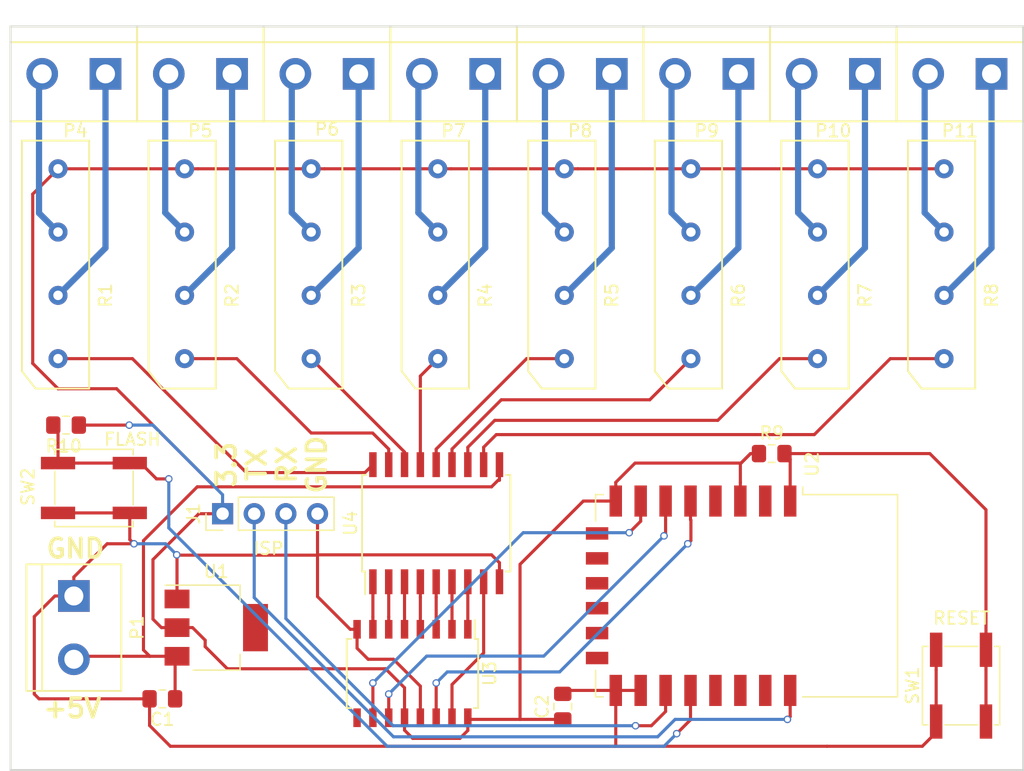
<source format=kicad_pcb>
(kicad_pcb (version 20171130) (host pcbnew 5.0.1-33cea8e~68~ubuntu18.04.1)

  (general
    (thickness 1.6)
    (drawings 7)
    (tracks 271)
    (zones 0)
    (modules 28)
    (nets 55)
  )

  (page A4)
  (layers
    (0 F.Cu signal)
    (31 B.Cu signal)
    (32 B.Adhes user)
    (33 F.Adhes user)
    (34 B.Paste user)
    (35 F.Paste user)
    (36 B.SilkS user)
    (37 F.SilkS user)
    (38 B.Mask user)
    (39 F.Mask user)
    (40 Dwgs.User user)
    (41 Cmts.User user)
    (42 Eco1.User user)
    (43 Eco2.User user)
    (44 Edge.Cuts user)
    (45 Margin user)
    (46 B.CrtYd user)
    (47 F.CrtYd user)
    (48 B.Fab user)
    (49 F.Fab user)
  )

  (setup
    (last_trace_width 0.25)
    (trace_clearance 0.2)
    (zone_clearance 0.508)
    (zone_45_only no)
    (trace_min 0.2)
    (segment_width 0.2)
    (edge_width 0.15)
    (via_size 0.6)
    (via_drill 0.4)
    (via_min_size 0.4)
    (via_min_drill 0.3)
    (uvia_size 0.3)
    (uvia_drill 0.1)
    (uvias_allowed no)
    (uvia_min_size 0.2)
    (uvia_min_drill 0.1)
    (pcb_text_width 0.3)
    (pcb_text_size 1.5 1.5)
    (mod_edge_width 0.15)
    (mod_text_size 1 1)
    (mod_text_width 0.15)
    (pad_size 1.524 1.524)
    (pad_drill 0.762)
    (pad_to_mask_clearance 0.2)
    (solder_mask_min_width 0.25)
    (aux_axis_origin 0 0)
    (grid_origin 214.63 74.93)
    (visible_elements FFFFFF7F)
    (pcbplotparams
      (layerselection 0x010f0_ffffffff)
      (usegerberextensions true)
      (usegerberattributes false)
      (usegerberadvancedattributes false)
      (creategerberjobfile false)
      (excludeedgelayer true)
      (linewidth 0.100000)
      (plotframeref false)
      (viasonmask false)
      (mode 1)
      (useauxorigin false)
      (hpglpennumber 1)
      (hpglpenspeed 20)
      (hpglpendiameter 15.000000)
      (psnegative false)
      (psa4output false)
      (plotreference true)
      (plotvalue true)
      (plotinvisibletext false)
      (padsonsilk false)
      (subtractmaskfromsilk false)
      (outputformat 1)
      (mirror false)
      (drillshape 0)
      (scaleselection 1)
      (outputdirectory "GERBER/"))
  )

  (net 0 "")
  (net 1 /3V3)
  (net 2 /SRCLK)
  (net 3 /RCLK)
  (net 4 /SER)
  (net 5 "Net-(P4-Pad1)")
  (net 6 "Net-(P4-Pad2)")
  (net 7 "Net-(P5-Pad1)")
  (net 8 "Net-(P5-Pad2)")
  (net 9 "Net-(P6-Pad1)")
  (net 10 "Net-(P6-Pad2)")
  (net 11 "Net-(P7-Pad1)")
  (net 12 "Net-(P7-Pad2)")
  (net 13 "Net-(P8-Pad1)")
  (net 14 "Net-(P8-Pad2)")
  (net 15 "Net-(P9-Pad1)")
  (net 16 "Net-(P9-Pad2)")
  (net 17 "Net-(P10-Pad1)")
  (net 18 "Net-(P10-Pad2)")
  (net 19 "Net-(P11-Pad1)")
  (net 20 "Net-(P11-Pad2)")
  (net 21 /S0)
  (net 22 /S1)
  (net 23 /S2)
  (net 24 /S3)
  (net 25 /S4)
  (net 26 /S5)
  (net 27 /S6)
  (net 28 /S7)
  (net 29 "Net-(U2-Pad4)")
  (net 30 "Net-(U3-Pad9)")
  (net 31 /5V)
  (net 32 /GND)
  (net 33 "Net-(R9-Pad2)")
  (net 34 "Net-(U2-Pad2)")
  (net 35 "Net-(U2-Pad9)")
  (net 36 "Net-(U2-Pad10)")
  (net 37 "Net-(U2-Pad11)")
  (net 38 "Net-(U2-Pad12)")
  (net 39 "Net-(U2-Pad13)")
  (net 40 "Net-(U2-Pad14)")
  (net 41 "Net-(U2-Pad19)")
  (net 42 "Net-(U2-Pad20)")
  (net 43 "Net-(U2-Pad21)")
  (net 44 /O7)
  (net 45 /O6)
  (net 46 /O5)
  (net 47 /O4)
  (net 48 /O3)
  (net 49 /O2)
  (net 50 /O1)
  (net 51 /O8)
  (net 52 /TXD)
  (net 53 /RXD)
  (net 54 "Net-(R10-Pad2)")

  (net_class Default "This is the default net class."
    (clearance 0.2)
    (trace_width 0.25)
    (via_dia 0.6)
    (via_drill 0.4)
    (uvia_dia 0.3)
    (uvia_drill 0.1)
    (add_net /3V3)
    (add_net /5V)
    (add_net /GND)
    (add_net /O1)
    (add_net /O2)
    (add_net /O3)
    (add_net /O4)
    (add_net /O5)
    (add_net /O6)
    (add_net /O7)
    (add_net /O8)
    (add_net /RCLK)
    (add_net /RXD)
    (add_net /S0)
    (add_net /S1)
    (add_net /S2)
    (add_net /S3)
    (add_net /S4)
    (add_net /S5)
    (add_net /S6)
    (add_net /S7)
    (add_net /SER)
    (add_net /SRCLK)
    (add_net /TXD)
    (add_net "Net-(R10-Pad2)")
    (add_net "Net-(R9-Pad2)")
    (add_net "Net-(U2-Pad10)")
    (add_net "Net-(U2-Pad11)")
    (add_net "Net-(U2-Pad12)")
    (add_net "Net-(U2-Pad13)")
    (add_net "Net-(U2-Pad14)")
    (add_net "Net-(U2-Pad19)")
    (add_net "Net-(U2-Pad2)")
    (add_net "Net-(U2-Pad20)")
    (add_net "Net-(U2-Pad21)")
    (add_net "Net-(U2-Pad4)")
    (add_net "Net-(U2-Pad9)")
    (add_net "Net-(U3-Pad9)")
  )

  (net_class Big ""
    (clearance 0.5)
    (trace_width 0.5)
    (via_dia 0.6)
    (via_drill 0.4)
    (uvia_dia 0.3)
    (uvia_drill 0.1)
    (add_net "Net-(P10-Pad1)")
    (add_net "Net-(P10-Pad2)")
    (add_net "Net-(P11-Pad1)")
    (add_net "Net-(P11-Pad2)")
    (add_net "Net-(P4-Pad1)")
    (add_net "Net-(P4-Pad2)")
    (add_net "Net-(P5-Pad1)")
    (add_net "Net-(P5-Pad2)")
    (add_net "Net-(P6-Pad1)")
    (add_net "Net-(P6-Pad2)")
    (add_net "Net-(P7-Pad1)")
    (add_net "Net-(P7-Pad2)")
    (add_net "Net-(P8-Pad1)")
    (add_net "Net-(P8-Pad2)")
    (add_net "Net-(P9-Pad1)")
    (add_net "Net-(P9-Pad2)")
  )

  (module Connectors:bornier2 (layer F.Cu) (tedit 587DCB1E) (tstamp 58772D8A)
    (at 143.51 114.3 270)
    (descr "Bornier d'alimentation 2 pins")
    (tags DEV)
    (path /58764921)
    (fp_text reference P1 (at 0 -5.08 270) (layer F.SilkS)
      (effects (font (size 1 1) (thickness 0.15)))
    )
    (fp_text value 5VIN (at 0 5.08 270) (layer F.Fab)
      (effects (font (size 1 1) (thickness 0.15)))
    )
    (fp_line (start 5.08 2.54) (end -5.08 2.54) (layer F.SilkS) (width 0.15))
    (fp_line (start 5.08 3.81) (end 5.08 -3.81) (layer F.SilkS) (width 0.15))
    (fp_line (start 5.08 -3.81) (end -5.08 -3.81) (layer F.SilkS) (width 0.15))
    (fp_line (start -5.08 -3.81) (end -5.08 3.81) (layer F.SilkS) (width 0.15))
    (fp_line (start -5.08 3.81) (end 5.08 3.81) (layer F.SilkS) (width 0.15))
    (pad 1 thru_hole rect (at -2.54 0 270) (size 2.54 2.54) (drill 1.524) (layers *.Cu *.Mask)
      (net 32 /GND))
    (pad 2 thru_hole circle (at 2.54 0 270) (size 2.54 2.54) (drill 1.524) (layers *.Cu *.Mask)
      (net 31 /5V))
    (model Connect.3dshapes/bornier2.wrl
      (at (xyz 0 0 0))
      (scale (xyz 1 1 1))
      (rotate (xyz 0 0 0))
    )
  )

  (module Connectors:bornier2 (layer F.Cu) (tedit 587DCB8B) (tstamp 58772D9F)
    (at 143.51 69.85 180)
    (descr "Bornier d'alimentation 2 pins")
    (tags DEV)
    (path /5876743C)
    (fp_text reference P4 (at -0.127 -4.572 180) (layer F.SilkS)
      (effects (font (size 1 1) (thickness 0.15)))
    )
    (fp_text value CONN_01X02 (at 0 5.08 180) (layer F.Fab)
      (effects (font (size 1 1) (thickness 0.15)))
    )
    (fp_line (start 5.08 2.54) (end -5.08 2.54) (layer F.SilkS) (width 0.15))
    (fp_line (start 5.08 3.81) (end 5.08 -3.81) (layer F.SilkS) (width 0.15))
    (fp_line (start 5.08 -3.81) (end -5.08 -3.81) (layer F.SilkS) (width 0.15))
    (fp_line (start -5.08 -3.81) (end -5.08 3.81) (layer F.SilkS) (width 0.15))
    (fp_line (start -5.08 3.81) (end 5.08 3.81) (layer F.SilkS) (width 0.15))
    (pad 1 thru_hole rect (at -2.54 0 180) (size 2.54 2.54) (drill 1.524) (layers *.Cu *.Mask)
      (net 5 "Net-(P4-Pad1)"))
    (pad 2 thru_hole circle (at 2.54 0 180) (size 2.54 2.54) (drill 1.524) (layers *.Cu *.Mask)
      (net 6 "Net-(P4-Pad2)"))
    (model Connect.3dshapes/bornier2.wrl
      (at (xyz 0 0 0))
      (scale (xyz 1 1 1))
      (rotate (xyz 0 0 0))
    )
  )

  (module Connectors:bornier2 (layer F.Cu) (tedit 587DCB90) (tstamp 58772DA5)
    (at 153.67 69.85 180)
    (descr "Bornier d'alimentation 2 pins")
    (tags DEV)
    (path /587679A8)
    (fp_text reference P5 (at 0 -4.572 180) (layer F.SilkS)
      (effects (font (size 1 1) (thickness 0.15)))
    )
    (fp_text value CONN_01X02 (at 0 5.08 180) (layer F.Fab)
      (effects (font (size 1 1) (thickness 0.15)))
    )
    (fp_line (start 5.08 2.54) (end -5.08 2.54) (layer F.SilkS) (width 0.15))
    (fp_line (start 5.08 3.81) (end 5.08 -3.81) (layer F.SilkS) (width 0.15))
    (fp_line (start 5.08 -3.81) (end -5.08 -3.81) (layer F.SilkS) (width 0.15))
    (fp_line (start -5.08 -3.81) (end -5.08 3.81) (layer F.SilkS) (width 0.15))
    (fp_line (start -5.08 3.81) (end 5.08 3.81) (layer F.SilkS) (width 0.15))
    (pad 1 thru_hole rect (at -2.54 0 180) (size 2.54 2.54) (drill 1.524) (layers *.Cu *.Mask)
      (net 7 "Net-(P5-Pad1)"))
    (pad 2 thru_hole circle (at 2.54 0 180) (size 2.54 2.54) (drill 1.524) (layers *.Cu *.Mask)
      (net 8 "Net-(P5-Pad2)"))
    (model Connect.3dshapes/bornier2.wrl
      (at (xyz 0 0 0))
      (scale (xyz 1 1 1))
      (rotate (xyz 0 0 0))
    )
  )

  (module Connectors:bornier2 (layer F.Cu) (tedit 587DCB93) (tstamp 58772DAB)
    (at 163.83 69.85 180)
    (descr "Bornier d'alimentation 2 pins")
    (tags DEV)
    (path /58767BF0)
    (fp_text reference P6 (at 0 -4.445 180) (layer F.SilkS)
      (effects (font (size 1 1) (thickness 0.15)))
    )
    (fp_text value CONN_01X02 (at 0 5.08 180) (layer F.Fab)
      (effects (font (size 1 1) (thickness 0.15)))
    )
    (fp_line (start 5.08 2.54) (end -5.08 2.54) (layer F.SilkS) (width 0.15))
    (fp_line (start 5.08 3.81) (end 5.08 -3.81) (layer F.SilkS) (width 0.15))
    (fp_line (start 5.08 -3.81) (end -5.08 -3.81) (layer F.SilkS) (width 0.15))
    (fp_line (start -5.08 -3.81) (end -5.08 3.81) (layer F.SilkS) (width 0.15))
    (fp_line (start -5.08 3.81) (end 5.08 3.81) (layer F.SilkS) (width 0.15))
    (pad 1 thru_hole rect (at -2.54 0 180) (size 2.54 2.54) (drill 1.524) (layers *.Cu *.Mask)
      (net 9 "Net-(P6-Pad1)"))
    (pad 2 thru_hole circle (at 2.54 0 180) (size 2.54 2.54) (drill 1.524) (layers *.Cu *.Mask)
      (net 10 "Net-(P6-Pad2)"))
    (model Connect.3dshapes/bornier2.wrl
      (at (xyz 0 0 0))
      (scale (xyz 1 1 1))
      (rotate (xyz 0 0 0))
    )
  )

  (module Connectors:bornier2 (layer F.Cu) (tedit 587DCB97) (tstamp 58772DB1)
    (at 173.99 69.85 180)
    (descr "Bornier d'alimentation 2 pins")
    (tags DEV)
    (path /58767C02)
    (fp_text reference P7 (at 0 -4.572 180) (layer F.SilkS)
      (effects (font (size 1 1) (thickness 0.15)))
    )
    (fp_text value CONN_01X02 (at 0 5.08 180) (layer F.Fab)
      (effects (font (size 1 1) (thickness 0.15)))
    )
    (fp_line (start 5.08 2.54) (end -5.08 2.54) (layer F.SilkS) (width 0.15))
    (fp_line (start 5.08 3.81) (end 5.08 -3.81) (layer F.SilkS) (width 0.15))
    (fp_line (start 5.08 -3.81) (end -5.08 -3.81) (layer F.SilkS) (width 0.15))
    (fp_line (start -5.08 -3.81) (end -5.08 3.81) (layer F.SilkS) (width 0.15))
    (fp_line (start -5.08 3.81) (end 5.08 3.81) (layer F.SilkS) (width 0.15))
    (pad 1 thru_hole rect (at -2.54 0 180) (size 2.54 2.54) (drill 1.524) (layers *.Cu *.Mask)
      (net 11 "Net-(P7-Pad1)"))
    (pad 2 thru_hole circle (at 2.54 0 180) (size 2.54 2.54) (drill 1.524) (layers *.Cu *.Mask)
      (net 12 "Net-(P7-Pad2)"))
    (model Connect.3dshapes/bornier2.wrl
      (at (xyz 0 0 0))
      (scale (xyz 1 1 1))
      (rotate (xyz 0 0 0))
    )
  )

  (module Connectors:bornier2 (layer F.Cu) (tedit 587DCB9B) (tstamp 58772DB7)
    (at 184.15 69.85 180)
    (descr "Bornier d'alimentation 2 pins")
    (tags DEV)
    (path /58767E80)
    (fp_text reference P8 (at 0 -4.572 180) (layer F.SilkS)
      (effects (font (size 1 1) (thickness 0.15)))
    )
    (fp_text value CONN_01X02 (at 0 5.08 180) (layer F.Fab)
      (effects (font (size 1 1) (thickness 0.15)))
    )
    (fp_line (start 5.08 2.54) (end -5.08 2.54) (layer F.SilkS) (width 0.15))
    (fp_line (start 5.08 3.81) (end 5.08 -3.81) (layer F.SilkS) (width 0.15))
    (fp_line (start 5.08 -3.81) (end -5.08 -3.81) (layer F.SilkS) (width 0.15))
    (fp_line (start -5.08 -3.81) (end -5.08 3.81) (layer F.SilkS) (width 0.15))
    (fp_line (start -5.08 3.81) (end 5.08 3.81) (layer F.SilkS) (width 0.15))
    (pad 1 thru_hole rect (at -2.54 0 180) (size 2.54 2.54) (drill 1.524) (layers *.Cu *.Mask)
      (net 13 "Net-(P8-Pad1)"))
    (pad 2 thru_hole circle (at 2.54 0 180) (size 2.54 2.54) (drill 1.524) (layers *.Cu *.Mask)
      (net 14 "Net-(P8-Pad2)"))
    (model Connect.3dshapes/bornier2.wrl
      (at (xyz 0 0 0))
      (scale (xyz 1 1 1))
      (rotate (xyz 0 0 0))
    )
  )

  (module Connectors:bornier2 (layer F.Cu) (tedit 587DCB9E) (tstamp 58772DBD)
    (at 194.31 69.85 180)
    (descr "Bornier d'alimentation 2 pins")
    (tags DEV)
    (path /58767E92)
    (fp_text reference P9 (at 0 -4.572 180) (layer F.SilkS)
      (effects (font (size 1 1) (thickness 0.15)))
    )
    (fp_text value CONN_01X02 (at 0 5.08 180) (layer F.Fab)
      (effects (font (size 1 1) (thickness 0.15)))
    )
    (fp_line (start 5.08 2.54) (end -5.08 2.54) (layer F.SilkS) (width 0.15))
    (fp_line (start 5.08 3.81) (end 5.08 -3.81) (layer F.SilkS) (width 0.15))
    (fp_line (start 5.08 -3.81) (end -5.08 -3.81) (layer F.SilkS) (width 0.15))
    (fp_line (start -5.08 -3.81) (end -5.08 3.81) (layer F.SilkS) (width 0.15))
    (fp_line (start -5.08 3.81) (end 5.08 3.81) (layer F.SilkS) (width 0.15))
    (pad 1 thru_hole rect (at -2.54 0 180) (size 2.54 2.54) (drill 1.524) (layers *.Cu *.Mask)
      (net 15 "Net-(P9-Pad1)"))
    (pad 2 thru_hole circle (at 2.54 0 180) (size 2.54 2.54) (drill 1.524) (layers *.Cu *.Mask)
      (net 16 "Net-(P9-Pad2)"))
    (model Connect.3dshapes/bornier2.wrl
      (at (xyz 0 0 0))
      (scale (xyz 1 1 1))
      (rotate (xyz 0 0 0))
    )
  )

  (module Connectors:bornier2 (layer F.Cu) (tedit 587DCBA2) (tstamp 58772DC3)
    (at 204.47 69.85 180)
    (descr "Bornier d'alimentation 2 pins")
    (tags DEV)
    (path /58767EA4)
    (fp_text reference P10 (at 0 -4.572 180) (layer F.SilkS)
      (effects (font (size 1 1) (thickness 0.15)))
    )
    (fp_text value CONN_01X02 (at 0 5.08 180) (layer F.Fab)
      (effects (font (size 1 1) (thickness 0.15)))
    )
    (fp_line (start 5.08 2.54) (end -5.08 2.54) (layer F.SilkS) (width 0.15))
    (fp_line (start 5.08 3.81) (end 5.08 -3.81) (layer F.SilkS) (width 0.15))
    (fp_line (start 5.08 -3.81) (end -5.08 -3.81) (layer F.SilkS) (width 0.15))
    (fp_line (start -5.08 -3.81) (end -5.08 3.81) (layer F.SilkS) (width 0.15))
    (fp_line (start -5.08 3.81) (end 5.08 3.81) (layer F.SilkS) (width 0.15))
    (pad 1 thru_hole rect (at -2.54 0 180) (size 2.54 2.54) (drill 1.524) (layers *.Cu *.Mask)
      (net 17 "Net-(P10-Pad1)"))
    (pad 2 thru_hole circle (at 2.54 0 180) (size 2.54 2.54) (drill 1.524) (layers *.Cu *.Mask)
      (net 18 "Net-(P10-Pad2)"))
    (model Connect.3dshapes/bornier2.wrl
      (at (xyz 0 0 0))
      (scale (xyz 1 1 1))
      (rotate (xyz 0 0 0))
    )
  )

  (module Connectors:bornier2 (layer F.Cu) (tedit 587DCBA8) (tstamp 58772DC9)
    (at 214.63 69.85 180)
    (descr "Bornier d'alimentation 2 pins")
    (tags DEV)
    (path /58767EB6)
    (fp_text reference P11 (at 0 -4.572 180) (layer F.SilkS)
      (effects (font (size 1 1) (thickness 0.15)))
    )
    (fp_text value CONN_01X02 (at 0 5.08 180) (layer F.Fab)
      (effects (font (size 1 1) (thickness 0.15)))
    )
    (fp_line (start 5.08 2.54) (end -5.08 2.54) (layer F.SilkS) (width 0.15))
    (fp_line (start 5.08 3.81) (end 5.08 -3.81) (layer F.SilkS) (width 0.15))
    (fp_line (start 5.08 -3.81) (end -5.08 -3.81) (layer F.SilkS) (width 0.15))
    (fp_line (start -5.08 -3.81) (end -5.08 3.81) (layer F.SilkS) (width 0.15))
    (fp_line (start -5.08 3.81) (end 5.08 3.81) (layer F.SilkS) (width 0.15))
    (pad 1 thru_hole rect (at -2.54 0 180) (size 2.54 2.54) (drill 1.524) (layers *.Cu *.Mask)
      (net 19 "Net-(P11-Pad1)"))
    (pad 2 thru_hole circle (at 2.54 0 180) (size 2.54 2.54) (drill 1.524) (layers *.Cu *.Mask)
      (net 20 "Net-(P11-Pad2)"))
    (model Connect.3dshapes/bornier2.wrl
      (at (xyz 0 0 0))
      (scale (xyz 1 1 1))
      (rotate (xyz 0 0 0))
    )
  )

  (module MyLibrary:SIP4_5.08 (layer F.Cu) (tedit 587DCB87) (tstamp 58772DD1)
    (at 142.24 92.71 90)
    (path /58766F32)
    (fp_text reference R1 (at 5.08 3.81 90) (layer F.SilkS)
      (effects (font (size 1 1) (thickness 0.15)))
    )
    (fp_text value RELAY_SIP-1A05 (at 8.128 -1.778 90) (layer F.Fab)
      (effects (font (size 1 1) (thickness 0.15)))
    )
    (fp_line (start 17.5 -2.9) (end -1 -2.9) (layer F.SilkS) (width 0.15))
    (fp_line (start -1 -2.9) (end -2.4 -1.8) (layer F.SilkS) (width 0.15))
    (fp_line (start -2.4 -1.8) (end -2.4 2.5) (layer F.SilkS) (width 0.15))
    (fp_line (start -2.4 2.5) (end 17.5 2.5) (layer F.SilkS) (width 0.15))
    (fp_line (start 17.5 2.5) (end 17.5 -2.9) (layer F.SilkS) (width 0.15))
    (pad 1 thru_hole circle (at 0 0 90) (size 1.524 1.524) (drill 0.762) (layers *.Cu *.Mask)
      (net 21 /S0))
    (pad 2 thru_hole circle (at 5.08 0 90) (size 1.524 1.524) (drill 0.762) (layers *.Cu *.Mask)
      (net 5 "Net-(P4-Pad1)"))
    (pad 3 thru_hole circle (at 10.16 0 90) (size 1.524 1.524) (drill 0.762) (layers *.Cu *.Mask)
      (net 6 "Net-(P4-Pad2)"))
    (pad 4 thru_hole circle (at 15.24 0 90) (size 1.524 1.524) (drill 0.762) (layers *.Cu *.Mask)
      (net 31 /5V))
  )

  (module MyLibrary:SIP4_5.08 (layer F.Cu) (tedit 587DCB80) (tstamp 58772DD9)
    (at 152.4 92.71 90)
    (path /587679A2)
    (fp_text reference R2 (at 5.08 3.81 90) (layer F.SilkS)
      (effects (font (size 1 1) (thickness 0.15)))
    )
    (fp_text value RELAY_SIP-1A05 (at 8.128 -1.778 90) (layer F.Fab)
      (effects (font (size 1 1) (thickness 0.15)))
    )
    (fp_line (start 17.5 -2.9) (end -1 -2.9) (layer F.SilkS) (width 0.15))
    (fp_line (start -1 -2.9) (end -2.4 -1.8) (layer F.SilkS) (width 0.15))
    (fp_line (start -2.4 -1.8) (end -2.4 2.5) (layer F.SilkS) (width 0.15))
    (fp_line (start -2.4 2.5) (end 17.5 2.5) (layer F.SilkS) (width 0.15))
    (fp_line (start 17.5 2.5) (end 17.5 -2.9) (layer F.SilkS) (width 0.15))
    (pad 1 thru_hole circle (at 0 0 90) (size 1.524 1.524) (drill 0.762) (layers *.Cu *.Mask)
      (net 22 /S1))
    (pad 2 thru_hole circle (at 5.08 0 90) (size 1.524 1.524) (drill 0.762) (layers *.Cu *.Mask)
      (net 7 "Net-(P5-Pad1)"))
    (pad 3 thru_hole circle (at 10.16 0 90) (size 1.524 1.524) (drill 0.762) (layers *.Cu *.Mask)
      (net 8 "Net-(P5-Pad2)"))
    (pad 4 thru_hole circle (at 15.24 0 90) (size 1.524 1.524) (drill 0.762) (layers *.Cu *.Mask)
      (net 31 /5V))
  )

  (module MyLibrary:SIP4_5.08 (layer F.Cu) (tedit 587DCB7D) (tstamp 58772DE1)
    (at 162.56 92.71 90)
    (path /58767BEA)
    (fp_text reference R3 (at 5.08 3.81 90) (layer F.SilkS)
      (effects (font (size 1 1) (thickness 0.15)))
    )
    (fp_text value RELAY_SIP-1A05 (at 8.128 -1.778 90) (layer F.Fab)
      (effects (font (size 1 1) (thickness 0.15)))
    )
    (fp_line (start 17.5 -2.9) (end -1 -2.9) (layer F.SilkS) (width 0.15))
    (fp_line (start -1 -2.9) (end -2.4 -1.8) (layer F.SilkS) (width 0.15))
    (fp_line (start -2.4 -1.8) (end -2.4 2.5) (layer F.SilkS) (width 0.15))
    (fp_line (start -2.4 2.5) (end 17.5 2.5) (layer F.SilkS) (width 0.15))
    (fp_line (start 17.5 2.5) (end 17.5 -2.9) (layer F.SilkS) (width 0.15))
    (pad 1 thru_hole circle (at 0 0 90) (size 1.524 1.524) (drill 0.762) (layers *.Cu *.Mask)
      (net 23 /S2))
    (pad 2 thru_hole circle (at 5.08 0 90) (size 1.524 1.524) (drill 0.762) (layers *.Cu *.Mask)
      (net 9 "Net-(P6-Pad1)"))
    (pad 3 thru_hole circle (at 10.16 0 90) (size 1.524 1.524) (drill 0.762) (layers *.Cu *.Mask)
      (net 10 "Net-(P6-Pad2)"))
    (pad 4 thru_hole circle (at 15.24 0 90) (size 1.524 1.524) (drill 0.762) (layers *.Cu *.Mask)
      (net 31 /5V))
  )

  (module MyLibrary:SIP4_5.08 (layer F.Cu) (tedit 587DCB7A) (tstamp 58772DE9)
    (at 172.72 92.71 90)
    (path /58767BFC)
    (fp_text reference R4 (at 5.08 3.81 90) (layer F.SilkS)
      (effects (font (size 1 1) (thickness 0.15)))
    )
    (fp_text value RELAY_SIP-1A05 (at 8.128 -1.778 90) (layer F.Fab)
      (effects (font (size 1 1) (thickness 0.15)))
    )
    (fp_line (start 17.5 -2.9) (end -1 -2.9) (layer F.SilkS) (width 0.15))
    (fp_line (start -1 -2.9) (end -2.4 -1.8) (layer F.SilkS) (width 0.15))
    (fp_line (start -2.4 -1.8) (end -2.4 2.5) (layer F.SilkS) (width 0.15))
    (fp_line (start -2.4 2.5) (end 17.5 2.5) (layer F.SilkS) (width 0.15))
    (fp_line (start 17.5 2.5) (end 17.5 -2.9) (layer F.SilkS) (width 0.15))
    (pad 1 thru_hole circle (at 0 0 90) (size 1.524 1.524) (drill 0.762) (layers *.Cu *.Mask)
      (net 24 /S3))
    (pad 2 thru_hole circle (at 5.08 0 90) (size 1.524 1.524) (drill 0.762) (layers *.Cu *.Mask)
      (net 11 "Net-(P7-Pad1)"))
    (pad 3 thru_hole circle (at 10.16 0 90) (size 1.524 1.524) (drill 0.762) (layers *.Cu *.Mask)
      (net 12 "Net-(P7-Pad2)"))
    (pad 4 thru_hole circle (at 15.24 0 90) (size 1.524 1.524) (drill 0.762) (layers *.Cu *.Mask)
      (net 31 /5V))
  )

  (module MyLibrary:SIP4_5.08 (layer F.Cu) (tedit 587DCB76) (tstamp 58772DF1)
    (at 182.88 92.71 90)
    (path /58767E7A)
    (fp_text reference R5 (at 5.08 3.81 90) (layer F.SilkS)
      (effects (font (size 1 1) (thickness 0.15)))
    )
    (fp_text value RELAY_SIP-1A05 (at 8.128 -1.778 90) (layer F.Fab)
      (effects (font (size 1 1) (thickness 0.15)))
    )
    (fp_line (start 17.5 -2.9) (end -1 -2.9) (layer F.SilkS) (width 0.15))
    (fp_line (start -1 -2.9) (end -2.4 -1.8) (layer F.SilkS) (width 0.15))
    (fp_line (start -2.4 -1.8) (end -2.4 2.5) (layer F.SilkS) (width 0.15))
    (fp_line (start -2.4 2.5) (end 17.5 2.5) (layer F.SilkS) (width 0.15))
    (fp_line (start 17.5 2.5) (end 17.5 -2.9) (layer F.SilkS) (width 0.15))
    (pad 1 thru_hole circle (at 0 0 90) (size 1.524 1.524) (drill 0.762) (layers *.Cu *.Mask)
      (net 25 /S4))
    (pad 2 thru_hole circle (at 5.08 0 90) (size 1.524 1.524) (drill 0.762) (layers *.Cu *.Mask)
      (net 13 "Net-(P8-Pad1)"))
    (pad 3 thru_hole circle (at 10.16 0 90) (size 1.524 1.524) (drill 0.762) (layers *.Cu *.Mask)
      (net 14 "Net-(P8-Pad2)"))
    (pad 4 thru_hole circle (at 15.24 0 90) (size 1.524 1.524) (drill 0.762) (layers *.Cu *.Mask)
      (net 31 /5V))
  )

  (module MyLibrary:SIP4_5.08 (layer F.Cu) (tedit 587DCB72) (tstamp 58772DF9)
    (at 193.04 92.71 90)
    (path /58767E8C)
    (fp_text reference R6 (at 5.08 3.81 90) (layer F.SilkS)
      (effects (font (size 1 1) (thickness 0.15)))
    )
    (fp_text value RELAY_SIP-1A05 (at 8.128 -1.778 90) (layer F.Fab)
      (effects (font (size 1 1) (thickness 0.15)))
    )
    (fp_line (start 17.5 -2.9) (end -1 -2.9) (layer F.SilkS) (width 0.15))
    (fp_line (start -1 -2.9) (end -2.4 -1.8) (layer F.SilkS) (width 0.15))
    (fp_line (start -2.4 -1.8) (end -2.4 2.5) (layer F.SilkS) (width 0.15))
    (fp_line (start -2.4 2.5) (end 17.5 2.5) (layer F.SilkS) (width 0.15))
    (fp_line (start 17.5 2.5) (end 17.5 -2.9) (layer F.SilkS) (width 0.15))
    (pad 1 thru_hole circle (at 0 0 90) (size 1.524 1.524) (drill 0.762) (layers *.Cu *.Mask)
      (net 26 /S5))
    (pad 2 thru_hole circle (at 5.08 0 90) (size 1.524 1.524) (drill 0.762) (layers *.Cu *.Mask)
      (net 15 "Net-(P9-Pad1)"))
    (pad 3 thru_hole circle (at 10.16 0 90) (size 1.524 1.524) (drill 0.762) (layers *.Cu *.Mask)
      (net 16 "Net-(P9-Pad2)"))
    (pad 4 thru_hole circle (at 15.24 0 90) (size 1.524 1.524) (drill 0.762) (layers *.Cu *.Mask)
      (net 31 /5V))
  )

  (module MyLibrary:SIP4_5.08 (layer F.Cu) (tedit 587DCB6C) (tstamp 58772E01)
    (at 203.2 92.71 90)
    (path /58767E9E)
    (fp_text reference R7 (at 5.08 3.81 90) (layer F.SilkS)
      (effects (font (size 1 1) (thickness 0.15)))
    )
    (fp_text value RELAY_SIP-1A05 (at 8.128 -1.778 90) (layer F.Fab)
      (effects (font (size 1 1) (thickness 0.15)))
    )
    (fp_line (start 17.5 -2.9) (end -1 -2.9) (layer F.SilkS) (width 0.15))
    (fp_line (start -1 -2.9) (end -2.4 -1.8) (layer F.SilkS) (width 0.15))
    (fp_line (start -2.4 -1.8) (end -2.4 2.5) (layer F.SilkS) (width 0.15))
    (fp_line (start -2.4 2.5) (end 17.5 2.5) (layer F.SilkS) (width 0.15))
    (fp_line (start 17.5 2.5) (end 17.5 -2.9) (layer F.SilkS) (width 0.15))
    (pad 1 thru_hole circle (at 0 0 90) (size 1.524 1.524) (drill 0.762) (layers *.Cu *.Mask)
      (net 27 /S6))
    (pad 2 thru_hole circle (at 5.08 0 90) (size 1.524 1.524) (drill 0.762) (layers *.Cu *.Mask)
      (net 17 "Net-(P10-Pad1)"))
    (pad 3 thru_hole circle (at 10.16 0 90) (size 1.524 1.524) (drill 0.762) (layers *.Cu *.Mask)
      (net 18 "Net-(P10-Pad2)"))
    (pad 4 thru_hole circle (at 15.24 0 90) (size 1.524 1.524) (drill 0.762) (layers *.Cu *.Mask)
      (net 31 /5V))
  )

  (module MyLibrary:SIP4_5.08 (layer F.Cu) (tedit 587DCB69) (tstamp 58772E09)
    (at 213.36 92.71 90)
    (path /58767EB0)
    (fp_text reference R8 (at 5.08 3.81 90) (layer F.SilkS)
      (effects (font (size 1 1) (thickness 0.15)))
    )
    (fp_text value RELAY_SIP-1A05 (at 8.128 -1.778 90) (layer F.Fab)
      (effects (font (size 1 1) (thickness 0.15)))
    )
    (fp_line (start 17.5 -2.9) (end -1 -2.9) (layer F.SilkS) (width 0.15))
    (fp_line (start -1 -2.9) (end -2.4 -1.8) (layer F.SilkS) (width 0.15))
    (fp_line (start -2.4 -1.8) (end -2.4 2.5) (layer F.SilkS) (width 0.15))
    (fp_line (start -2.4 2.5) (end 17.5 2.5) (layer F.SilkS) (width 0.15))
    (fp_line (start 17.5 2.5) (end 17.5 -2.9) (layer F.SilkS) (width 0.15))
    (pad 1 thru_hole circle (at 0 0 90) (size 1.524 1.524) (drill 0.762) (layers *.Cu *.Mask)
      (net 28 /S7))
    (pad 2 thru_hole circle (at 5.08 0 90) (size 1.524 1.524) (drill 0.762) (layers *.Cu *.Mask)
      (net 19 "Net-(P11-Pad1)"))
    (pad 3 thru_hole circle (at 10.16 0 90) (size 1.524 1.524) (drill 0.762) (layers *.Cu *.Mask)
      (net 20 "Net-(P11-Pad2)"))
    (pad 4 thru_hole circle (at 15.24 0 90) (size 1.524 1.524) (drill 0.762) (layers *.Cu *.Mask)
      (net 31 /5V))
  )

  (module TO_SOT_Packages_SMD:SOT-223 (layer F.Cu) (tedit 587DCB51) (tstamp 58772E11)
    (at 154.94 114.3)
    (descr "module CMS SOT223 4 pins")
    (tags "CMS SOT")
    (path /58764782)
    (attr smd)
    (fp_text reference U1 (at 0 -4.5) (layer F.SilkS)
      (effects (font (size 1 1) (thickness 0.15)))
    )
    (fp_text value AMS1117 (at 0 4.5) (layer F.Fab)
      (effects (font (size 1 1) (thickness 0.15)))
    )
    (fp_line (start 1.91 3.41) (end 1.91 2.15) (layer F.SilkS) (width 0.12))
    (fp_line (start 1.91 -3.41) (end 1.91 -2.15) (layer F.SilkS) (width 0.12))
    (fp_line (start 4.4 -3.6) (end -4.4 -3.6) (layer F.CrtYd) (width 0.05))
    (fp_line (start 4.4 3.6) (end 4.4 -3.6) (layer F.CrtYd) (width 0.05))
    (fp_line (start -4.4 3.6) (end 4.4 3.6) (layer F.CrtYd) (width 0.05))
    (fp_line (start -4.4 -3.6) (end -4.4 3.6) (layer F.CrtYd) (width 0.05))
    (fp_line (start -1.85 -3.35) (end -1.85 3.35) (layer F.Fab) (width 0.15))
    (fp_line (start -1.85 3.41) (end 1.91 3.41) (layer F.SilkS) (width 0.12))
    (fp_line (start -1.85 -3.35) (end 1.85 -3.35) (layer F.Fab) (width 0.15))
    (fp_line (start -4.1 -3.41) (end 1.91 -3.41) (layer F.SilkS) (width 0.12))
    (fp_line (start -1.85 3.35) (end 1.85 3.35) (layer F.Fab) (width 0.15))
    (fp_line (start 1.85 -3.35) (end 1.85 3.35) (layer F.Fab) (width 0.15))
    (pad 4 smd rect (at 3.15 0) (size 2 3.8) (layers F.Cu F.Paste F.Mask))
    (pad 2 smd rect (at -3.15 0) (size 2 1.5) (layers F.Cu F.Paste F.Mask)
      (net 1 /3V3))
    (pad 3 smd rect (at -3.15 2.3) (size 2 1.5) (layers F.Cu F.Paste F.Mask)
      (net 31 /5V))
    (pad 1 smd rect (at -3.15 -2.3) (size 2 1.5) (layers F.Cu F.Paste F.Mask)
      (net 32 /GND))
    (model TO_SOT_Packages_SMD.3dshapes/SOT-223.wrl
      (at (xyz 0 0 0))
      (scale (xyz 0.4 0.4 0.4))
      (rotate (xyz 0 0 90))
    )
  )

  (module Capacitor_SMD:C_0805_2012Metric_Pad1.15x1.40mm_HandSolder (layer F.Cu) (tedit 5B36C52B) (tstamp 5BB645AF)
    (at 150.613 120.015 180)
    (descr "Capacitor SMD 0805 (2012 Metric), square (rectangular) end terminal, IPC_7351 nominal with elongated pad for handsoldering. (Body size source: https://docs.google.com/spreadsheets/d/1BsfQQcO9C6DZCsRaXUlFlo91Tg2WpOkGARC1WS5S8t0/edit?usp=sharing), generated with kicad-footprint-generator")
    (tags "capacitor handsolder")
    (path /587650E8)
    (attr smd)
    (fp_text reference C1 (at 0 -1.65 180) (layer F.SilkS)
      (effects (font (size 1 1) (thickness 0.15)))
    )
    (fp_text value 10uF (at 0 1.65 180) (layer F.Fab)
      (effects (font (size 1 1) (thickness 0.15)))
    )
    (fp_line (start -1 0.6) (end -1 -0.6) (layer F.Fab) (width 0.1))
    (fp_line (start -1 -0.6) (end 1 -0.6) (layer F.Fab) (width 0.1))
    (fp_line (start 1 -0.6) (end 1 0.6) (layer F.Fab) (width 0.1))
    (fp_line (start 1 0.6) (end -1 0.6) (layer F.Fab) (width 0.1))
    (fp_line (start -0.261252 -0.71) (end 0.261252 -0.71) (layer F.SilkS) (width 0.12))
    (fp_line (start -0.261252 0.71) (end 0.261252 0.71) (layer F.SilkS) (width 0.12))
    (fp_line (start -1.85 0.95) (end -1.85 -0.95) (layer F.CrtYd) (width 0.05))
    (fp_line (start -1.85 -0.95) (end 1.85 -0.95) (layer F.CrtYd) (width 0.05))
    (fp_line (start 1.85 -0.95) (end 1.85 0.95) (layer F.CrtYd) (width 0.05))
    (fp_line (start 1.85 0.95) (end -1.85 0.95) (layer F.CrtYd) (width 0.05))
    (fp_text user %R (at 0 0 180) (layer F.Fab)
      (effects (font (size 0.5 0.5) (thickness 0.08)))
    )
    (pad 1 smd roundrect (at -1.025 0 180) (size 1.15 1.4) (layers F.Cu F.Paste F.Mask) (roundrect_rratio 0.217391)
      (net 31 /5V))
    (pad 2 smd roundrect (at 1.025 0 180) (size 1.15 1.4) (layers F.Cu F.Paste F.Mask) (roundrect_rratio 0.217391)
      (net 32 /GND))
    (model ${KISYS3DMOD}/Capacitor_SMD.3dshapes/C_0805_2012Metric.wrl
      (at (xyz 0 0 0))
      (scale (xyz 1 1 1))
      (rotate (xyz 0 0 0))
    )
  )

  (module Capacitor_SMD:C_0805_2012Metric_Pad1.15x1.40mm_HandSolder (layer F.Cu) (tedit 5B36C52B) (tstamp 5BB645BF)
    (at 182.753 120.641 90)
    (descr "Capacitor SMD 0805 (2012 Metric), square (rectangular) end terminal, IPC_7351 nominal with elongated pad for handsoldering. (Body size source: https://docs.google.com/spreadsheets/d/1BsfQQcO9C6DZCsRaXUlFlo91Tg2WpOkGARC1WS5S8t0/edit?usp=sharing), generated with kicad-footprint-generator")
    (tags "capacitor handsolder")
    (path /58764C44)
    (attr smd)
    (fp_text reference C2 (at 0 -1.65 90) (layer F.SilkS)
      (effects (font (size 1 1) (thickness 0.15)))
    )
    (fp_text value 10uF (at 0 1.65 90) (layer F.Fab)
      (effects (font (size 1 1) (thickness 0.15)))
    )
    (fp_text user %R (at 0 0 90) (layer F.Fab)
      (effects (font (size 0.5 0.5) (thickness 0.08)))
    )
    (fp_line (start 1.85 0.95) (end -1.85 0.95) (layer F.CrtYd) (width 0.05))
    (fp_line (start 1.85 -0.95) (end 1.85 0.95) (layer F.CrtYd) (width 0.05))
    (fp_line (start -1.85 -0.95) (end 1.85 -0.95) (layer F.CrtYd) (width 0.05))
    (fp_line (start -1.85 0.95) (end -1.85 -0.95) (layer F.CrtYd) (width 0.05))
    (fp_line (start -0.261252 0.71) (end 0.261252 0.71) (layer F.SilkS) (width 0.12))
    (fp_line (start -0.261252 -0.71) (end 0.261252 -0.71) (layer F.SilkS) (width 0.12))
    (fp_line (start 1 0.6) (end -1 0.6) (layer F.Fab) (width 0.1))
    (fp_line (start 1 -0.6) (end 1 0.6) (layer F.Fab) (width 0.1))
    (fp_line (start -1 -0.6) (end 1 -0.6) (layer F.Fab) (width 0.1))
    (fp_line (start -1 0.6) (end -1 -0.6) (layer F.Fab) (width 0.1))
    (pad 2 smd roundrect (at 1.025 0 90) (size 1.15 1.4) (layers F.Cu F.Paste F.Mask) (roundrect_rratio 0.217391)
      (net 32 /GND))
    (pad 1 smd roundrect (at -1.025 0 90) (size 1.15 1.4) (layers F.Cu F.Paste F.Mask) (roundrect_rratio 0.217391)
      (net 1 /3V3))
    (model ${KISYS3DMOD}/Capacitor_SMD.3dshapes/C_0805_2012Metric.wrl
      (at (xyz 0 0 0))
      (scale (xyz 1 1 1))
      (rotate (xyz 0 0 0))
    )
  )

  (module Resistor_SMD:R_0805_2012Metric_Pad1.15x1.40mm_HandSolder (layer F.Cu) (tedit 5B36C52B) (tstamp 5BB645CF)
    (at 199.526 100.33)
    (descr "Resistor SMD 0805 (2012 Metric), square (rectangular) end terminal, IPC_7351 nominal with elongated pad for handsoldering. (Body size source: https://docs.google.com/spreadsheets/d/1BsfQQcO9C6DZCsRaXUlFlo91Tg2WpOkGARC1WS5S8t0/edit?usp=sharing), generated with kicad-footprint-generator")
    (tags "resistor handsolder")
    (path /5BAA4777)
    (attr smd)
    (fp_text reference R9 (at 0 -1.65) (layer F.SilkS)
      (effects (font (size 1 1) (thickness 0.15)))
    )
    (fp_text value 10K (at 0 1.65) (layer F.Fab)
      (effects (font (size 1 1) (thickness 0.15)))
    )
    (fp_line (start -1 0.6) (end -1 -0.6) (layer F.Fab) (width 0.1))
    (fp_line (start -1 -0.6) (end 1 -0.6) (layer F.Fab) (width 0.1))
    (fp_line (start 1 -0.6) (end 1 0.6) (layer F.Fab) (width 0.1))
    (fp_line (start 1 0.6) (end -1 0.6) (layer F.Fab) (width 0.1))
    (fp_line (start -0.261252 -0.71) (end 0.261252 -0.71) (layer F.SilkS) (width 0.12))
    (fp_line (start -0.261252 0.71) (end 0.261252 0.71) (layer F.SilkS) (width 0.12))
    (fp_line (start -1.85 0.95) (end -1.85 -0.95) (layer F.CrtYd) (width 0.05))
    (fp_line (start -1.85 -0.95) (end 1.85 -0.95) (layer F.CrtYd) (width 0.05))
    (fp_line (start 1.85 -0.95) (end 1.85 0.95) (layer F.CrtYd) (width 0.05))
    (fp_line (start 1.85 0.95) (end -1.85 0.95) (layer F.CrtYd) (width 0.05))
    (fp_text user %R (at 0 0) (layer F.Fab)
      (effects (font (size 0.5 0.5) (thickness 0.08)))
    )
    (pad 1 smd roundrect (at -1.025 0) (size 1.15 1.4) (layers F.Cu F.Paste F.Mask) (roundrect_rratio 0.217391)
      (net 1 /3V3))
    (pad 2 smd roundrect (at 1.025 0) (size 1.15 1.4) (layers F.Cu F.Paste F.Mask) (roundrect_rratio 0.217391)
      (net 33 "Net-(R9-Pad2)"))
    (model ${KISYS3DMOD}/Resistor_SMD.3dshapes/R_0805_2012Metric.wrl
      (at (xyz 0 0 0))
      (scale (xyz 1 1 1))
      (rotate (xyz 0 0 0))
    )
  )

  (module Button_Switch_SMD:SW_SPST_EVPBF (layer F.Cu) (tedit 5BB5D83D) (tstamp 5BB645F8)
    (at 214.725 118.958 90)
    (descr "Light Touch Switch")
    (path /5BA9F050)
    (attr smd)
    (fp_text reference SW1 (at 0 -3.9 90) (layer F.SilkS)
      (effects (font (size 1 1) (thickness 0.15)))
    )
    (fp_text value RESET (at 5.42 0.032 180) (layer F.SilkS)
      (effects (font (size 1 1) (thickness 0.15)))
    )
    (fp_line (start -3.15 2.65) (end -3.15 3.1) (layer F.SilkS) (width 0.12))
    (fp_line (start -3.15 3.1) (end 3.15 3.1) (layer F.SilkS) (width 0.12))
    (fp_line (start 3.15 3.1) (end 3.15 2.7) (layer F.SilkS) (width 0.12))
    (fp_line (start -3.15 1.35) (end -3.15 -1.35) (layer F.SilkS) (width 0.12))
    (fp_line (start 3.15 -1.35) (end 3.15 1.35) (layer F.SilkS) (width 0.12))
    (fp_line (start -3.15 -3.1) (end 3.15 -3.1) (layer F.SilkS) (width 0.12))
    (fp_line (start 3.15 -3.1) (end 3.15 -2.65) (layer F.SilkS) (width 0.12))
    (fp_line (start -3.15 -2.65) (end -3.15 -3.1) (layer F.SilkS) (width 0.12))
    (fp_line (start -3 -3) (end 3 -3) (layer F.Fab) (width 0.1))
    (fp_line (start 3 -3) (end 3 3) (layer F.Fab) (width 0.1))
    (fp_line (start 3 3) (end -3 3) (layer F.Fab) (width 0.1))
    (fp_line (start -3 3) (end -3 -3) (layer F.Fab) (width 0.1))
    (fp_text user %R (at 0 -3.9 90) (layer F.Fab)
      (effects (font (size 1 1) (thickness 0.15)))
    )
    (fp_line (start -4.5 -3.25) (end 4.5 -3.25) (layer F.CrtYd) (width 0.05))
    (fp_line (start 4.5 -3.25) (end 4.5 3.25) (layer F.CrtYd) (width 0.05))
    (fp_line (start 4.5 3.25) (end -4.5 3.25) (layer F.CrtYd) (width 0.05))
    (fp_line (start -4.5 3.25) (end -4.5 -3.25) (layer F.CrtYd) (width 0.05))
    (fp_circle (center 0 0) (end 1.7 0) (layer F.Fab) (width 0.1))
    (pad 1 smd rect (at 2.88 -2 90) (size 2.75 1) (layers F.Cu F.Paste F.Mask)
      (net 32 /GND))
    (pad 1 smd rect (at -2.88 -2 90) (size 2.75 1) (layers F.Cu F.Paste F.Mask)
      (net 32 /GND))
    (pad 2 smd rect (at -2.88 2 90) (size 2.75 1) (layers F.Cu F.Paste F.Mask)
      (net 33 "Net-(R9-Pad2)"))
    (pad 2 smd rect (at 2.88 2 90) (size 2.75 1) (layers F.Cu F.Paste F.Mask)
      (net 33 "Net-(R9-Pad2)"))
    (model ${KISYS3DMOD}/Button_Switch_SMD.3dshapes/SW_SPST_EVPBF.wrl
      (at (xyz 0 0 0))
      (scale (xyz 1 1 1))
      (rotate (xyz 0 0 0))
    )
  )

  (module RF_Module:ESP-12E (layer F.Cu) (tedit 5A030172) (tstamp 5BB645F9)
    (at 197.508 111.74 270)
    (descr "Wi-Fi Module, http://wiki.ai-thinker.com/_media/esp8266/docs/aithinker_esp_12f_datasheet_en.pdf")
    (tags "Wi-Fi Module")
    (path /5BA9EA25)
    (attr smd)
    (fp_text reference U2 (at -10.56 -5.26 270) (layer F.SilkS)
      (effects (font (size 1 1) (thickness 0.15)))
    )
    (fp_text value ESP-12F (at -0.06 -12.78 270) (layer F.Fab)
      (effects (font (size 1 1) (thickness 0.15)))
    )
    (fp_text user Antenna (at -0.06 -7 90) (layer Cmts.User)
      (effects (font (size 1 1) (thickness 0.15)))
    )
    (fp_text user "KEEP-OUT ZONE" (at 0.03 -9.55 90) (layer Cmts.User)
      (effects (font (size 1 1) (thickness 0.15)))
    )
    (fp_text user %R (at 0.49 -0.8 270) (layer F.Fab)
      (effects (font (size 1 1) (thickness 0.15)))
    )
    (fp_line (start -8 -12) (end 8 -12) (layer F.Fab) (width 0.12))
    (fp_line (start 8 -12) (end 8 12) (layer F.Fab) (width 0.12))
    (fp_line (start 8 12) (end -8 12) (layer F.Fab) (width 0.12))
    (fp_line (start -8 12) (end -8 -3) (layer F.Fab) (width 0.12))
    (fp_line (start -8 -3) (end -7.5 -3.5) (layer F.Fab) (width 0.12))
    (fp_line (start -7.5 -3.5) (end -8 -4) (layer F.Fab) (width 0.12))
    (fp_line (start -8 -4) (end -8 -12) (layer F.Fab) (width 0.12))
    (fp_line (start -9.05 -12.2) (end 9.05 -12.2) (layer F.CrtYd) (width 0.05))
    (fp_line (start 9.05 -12.2) (end 9.05 13.1) (layer F.CrtYd) (width 0.05))
    (fp_line (start 9.05 13.1) (end -9.05 13.1) (layer F.CrtYd) (width 0.05))
    (fp_line (start -9.05 13.1) (end -9.05 -12.2) (layer F.CrtYd) (width 0.05))
    (fp_line (start -8.12 -12.12) (end 8.12 -12.12) (layer F.SilkS) (width 0.12))
    (fp_line (start 8.12 -12.12) (end 8.12 -4.5) (layer F.SilkS) (width 0.12))
    (fp_line (start 8.12 11.5) (end 8.12 12.12) (layer F.SilkS) (width 0.12))
    (fp_line (start 8.12 12.12) (end 6 12.12) (layer F.SilkS) (width 0.12))
    (fp_line (start -6 12.12) (end -8.12 12.12) (layer F.SilkS) (width 0.12))
    (fp_line (start -8.12 12.12) (end -8.12 11.5) (layer F.SilkS) (width 0.12))
    (fp_line (start -8.12 -4.5) (end -8.12 -12.12) (layer F.SilkS) (width 0.12))
    (fp_line (start -8.12 -4.5) (end -8.73 -4.5) (layer F.SilkS) (width 0.12))
    (fp_line (start -8.12 -12.12) (end 8.12 -12.12) (layer Dwgs.User) (width 0.12))
    (fp_line (start 8.12 -12.12) (end 8.12 -4.8) (layer Dwgs.User) (width 0.12))
    (fp_line (start 8.12 -4.8) (end -8.12 -4.8) (layer Dwgs.User) (width 0.12))
    (fp_line (start -8.12 -4.8) (end -8.12 -12.12) (layer Dwgs.User) (width 0.12))
    (fp_line (start -8.12 -9.12) (end -5.12 -12.12) (layer Dwgs.User) (width 0.12))
    (fp_line (start -8.12 -6.12) (end -2.12 -12.12) (layer Dwgs.User) (width 0.12))
    (fp_line (start -6.44 -4.8) (end 0.88 -12.12) (layer Dwgs.User) (width 0.12))
    (fp_line (start -3.44 -4.8) (end 3.88 -12.12) (layer Dwgs.User) (width 0.12))
    (fp_line (start -0.44 -4.8) (end 6.88 -12.12) (layer Dwgs.User) (width 0.12))
    (fp_line (start 2.56 -4.8) (end 8.12 -10.36) (layer Dwgs.User) (width 0.12))
    (fp_line (start 5.56 -4.8) (end 8.12 -7.36) (layer Dwgs.User) (width 0.12))
    (pad 1 smd rect (at -7.6 -3.5 270) (size 2.5 1) (layers F.Cu F.Paste F.Mask)
      (net 33 "Net-(R9-Pad2)"))
    (pad 2 smd rect (at -7.6 -1.5 270) (size 2.5 1) (layers F.Cu F.Paste F.Mask)
      (net 34 "Net-(U2-Pad2)"))
    (pad 3 smd rect (at -7.6 0.5 270) (size 2.5 1) (layers F.Cu F.Paste F.Mask)
      (net 1 /3V3))
    (pad 4 smd rect (at -7.6 2.5 270) (size 2.5 1) (layers F.Cu F.Paste F.Mask)
      (net 29 "Net-(U2-Pad4)"))
    (pad 5 smd rect (at -7.6 4.5 270) (size 2.5 1) (layers F.Cu F.Paste F.Mask)
      (net 4 /SER))
    (pad 6 smd rect (at -7.6 6.5 270) (size 2.5 1) (layers F.Cu F.Paste F.Mask)
      (net 2 /SRCLK))
    (pad 7 smd rect (at -7.6 8.5 270) (size 2.5 1) (layers F.Cu F.Paste F.Mask)
      (net 3 /RCLK))
    (pad 8 smd rect (at -7.6 10.5 270) (size 2.5 1) (layers F.Cu F.Paste F.Mask)
      (net 1 /3V3))
    (pad 9 smd rect (at -5 12 270) (size 1 1.8) (layers F.Cu F.Paste F.Mask)
      (net 35 "Net-(U2-Pad9)"))
    (pad 10 smd rect (at -3 12 270) (size 1 1.8) (layers F.Cu F.Paste F.Mask)
      (net 36 "Net-(U2-Pad10)"))
    (pad 11 smd rect (at -1 12 270) (size 1 1.8) (layers F.Cu F.Paste F.Mask)
      (net 37 "Net-(U2-Pad11)"))
    (pad 12 smd rect (at 1 12 270) (size 1 1.8) (layers F.Cu F.Paste F.Mask)
      (net 38 "Net-(U2-Pad12)"))
    (pad 13 smd rect (at 3 12 270) (size 1 1.8) (layers F.Cu F.Paste F.Mask)
      (net 39 "Net-(U2-Pad13)"))
    (pad 14 smd rect (at 5 12 270) (size 1 1.8) (layers F.Cu F.Paste F.Mask)
      (net 40 "Net-(U2-Pad14)"))
    (pad 15 smd rect (at 7.6 10.5 270) (size 2.5 1) (layers F.Cu F.Paste F.Mask)
      (net 32 /GND))
    (pad 16 smd rect (at 7.6 8.5 270) (size 2.5 1) (layers F.Cu F.Paste F.Mask)
      (net 32 /GND))
    (pad 17 smd rect (at 7.6 6.5 270) (size 2.5 1) (layers F.Cu F.Paste F.Mask)
      (net 53 /RXD))
    (pad 18 smd rect (at 7.6 4.5 270) (size 2.5 1) (layers F.Cu F.Paste F.Mask)
      (net 54 "Net-(R10-Pad2)"))
    (pad 19 smd rect (at 7.6 2.5 270) (size 2.5 1) (layers F.Cu F.Paste F.Mask)
      (net 41 "Net-(U2-Pad19)"))
    (pad 20 smd rect (at 7.6 0.5 270) (size 2.5 1) (layers F.Cu F.Paste F.Mask)
      (net 42 "Net-(U2-Pad20)"))
    (pad 21 smd rect (at 7.6 -1.5 270) (size 2.5 1) (layers F.Cu F.Paste F.Mask)
      (net 43 "Net-(U2-Pad21)"))
    (pad 22 smd rect (at 7.6 -3.5 270) (size 2.5 1) (layers F.Cu F.Paste F.Mask)
      (net 52 /TXD))
    (model ${KISYS3DMOD}/RF_Module.3dshapes/ESP-12E.wrl
      (at (xyz 0 0 0))
      (scale (xyz 1 1 1))
      (rotate (xyz 0 0 0))
    )
  )

  (module Package_SO:SOIC-18W_7.5x11.6mm_P1.27mm (layer F.Cu) (tedit 5A02F2D3) (tstamp 5BB6467D)
    (at 172.593 105.919 90)
    (descr "18-Lead Plastic Small Outline (SO) - Wide, 7.50 mm Body [SOIC] (see Microchip Packaging Specification 00000049BS.pdf)")
    (tags "SOIC 1.27")
    (path /5BAB243B)
    (attr smd)
    (fp_text reference U4 (at 0 -6.875 90) (layer F.SilkS)
      (effects (font (size 1 1) (thickness 0.15)))
    )
    (fp_text value ULN2803A (at 0 6.875 90) (layer F.Fab)
      (effects (font (size 1 1) (thickness 0.15)))
    )
    (fp_text user %R (at 0 0 90) (layer F.Fab)
      (effects (font (size 1 1) (thickness 0.15)))
    )
    (fp_line (start -2.75 -5.8) (end 3.75 -5.8) (layer F.Fab) (width 0.15))
    (fp_line (start 3.75 -5.8) (end 3.75 5.8) (layer F.Fab) (width 0.15))
    (fp_line (start 3.75 5.8) (end -3.75 5.8) (layer F.Fab) (width 0.15))
    (fp_line (start -3.75 5.8) (end -3.75 -4.8) (layer F.Fab) (width 0.15))
    (fp_line (start -3.75 -4.8) (end -2.75 -5.8) (layer F.Fab) (width 0.15))
    (fp_line (start -5.95 -6.15) (end -5.95 6.15) (layer F.CrtYd) (width 0.05))
    (fp_line (start 5.95 -6.15) (end 5.95 6.15) (layer F.CrtYd) (width 0.05))
    (fp_line (start -5.95 -6.15) (end 5.95 -6.15) (layer F.CrtYd) (width 0.05))
    (fp_line (start -5.95 6.15) (end 5.95 6.15) (layer F.CrtYd) (width 0.05))
    (fp_line (start -3.875 -5.95) (end -3.875 -5.7) (layer F.SilkS) (width 0.15))
    (fp_line (start 3.875 -5.95) (end 3.875 -5.605) (layer F.SilkS) (width 0.15))
    (fp_line (start 3.875 5.95) (end 3.875 5.605) (layer F.SilkS) (width 0.15))
    (fp_line (start -3.875 5.95) (end -3.875 5.605) (layer F.SilkS) (width 0.15))
    (fp_line (start -3.875 -5.95) (end 3.875 -5.95) (layer F.SilkS) (width 0.15))
    (fp_line (start -3.875 5.95) (end 3.875 5.95) (layer F.SilkS) (width 0.15))
    (fp_line (start -3.875 -5.7) (end -5.7 -5.7) (layer F.SilkS) (width 0.15))
    (pad 1 smd rect (at -4.7 -5.08 90) (size 2 0.6) (layers F.Cu F.Paste F.Mask)
      (net 50 /O1))
    (pad 2 smd rect (at -4.7 -3.81 90) (size 2 0.6) (layers F.Cu F.Paste F.Mask)
      (net 49 /O2))
    (pad 3 smd rect (at -4.7 -2.54 90) (size 2 0.6) (layers F.Cu F.Paste F.Mask)
      (net 48 /O3))
    (pad 4 smd rect (at -4.7 -1.27 90) (size 2 0.6) (layers F.Cu F.Paste F.Mask)
      (net 47 /O4))
    (pad 5 smd rect (at -4.7 0 90) (size 2 0.6) (layers F.Cu F.Paste F.Mask)
      (net 46 /O5))
    (pad 6 smd rect (at -4.7 1.27 90) (size 2 0.6) (layers F.Cu F.Paste F.Mask)
      (net 45 /O6))
    (pad 7 smd rect (at -4.7 2.54 90) (size 2 0.6) (layers F.Cu F.Paste F.Mask)
      (net 44 /O7))
    (pad 8 smd rect (at -4.7 3.81 90) (size 2 0.6) (layers F.Cu F.Paste F.Mask)
      (net 51 /O8))
    (pad 9 smd rect (at -4.7 5.08 90) (size 2 0.6) (layers F.Cu F.Paste F.Mask)
      (net 32 /GND))
    (pad 10 smd rect (at 4.7 5.08 90) (size 2 0.6) (layers F.Cu F.Paste F.Mask)
      (net 31 /5V))
    (pad 11 smd rect (at 4.7 3.81 90) (size 2 0.6) (layers F.Cu F.Paste F.Mask)
      (net 28 /S7))
    (pad 12 smd rect (at 4.7 2.54 90) (size 2 0.6) (layers F.Cu F.Paste F.Mask)
      (net 27 /S6))
    (pad 13 smd rect (at 4.7 1.27 90) (size 2 0.6) (layers F.Cu F.Paste F.Mask)
      (net 26 /S5))
    (pad 14 smd rect (at 4.7 0 90) (size 2 0.6) (layers F.Cu F.Paste F.Mask)
      (net 25 /S4))
    (pad 15 smd rect (at 4.7 -1.27 90) (size 2 0.6) (layers F.Cu F.Paste F.Mask)
      (net 24 /S3))
    (pad 16 smd rect (at 4.7 -2.54 90) (size 2 0.6) (layers F.Cu F.Paste F.Mask)
      (net 23 /S2))
    (pad 17 smd rect (at 4.7 -3.81 90) (size 2 0.6) (layers F.Cu F.Paste F.Mask)
      (net 22 /S1))
    (pad 18 smd rect (at 4.7 -5.08 90) (size 2 0.6) (layers F.Cu F.Paste F.Mask)
      (net 21 /S0))
    (model ${KISYS3DMOD}/Package_SO.3dshapes/SOIC-18W_7.5x11.6mm_P1.27mm.wrl
      (at (xyz 0 0 0))
      (scale (xyz 1 1 1))
      (rotate (xyz 0 0 0))
    )
  )

  (module Package_SO:SOIC-16W_5.3x10.2mm_P1.27mm (layer F.Cu) (tedit 5A02F2D3) (tstamp 5BB64BB5)
    (at 170.688 117.983 270)
    (descr "16-Lead Plastic Small Outline (SO) - Wide, 5.3 mm Body (http://www.ti.com/lit/ml/msop002a/msop002a.pdf)")
    (tags "SOIC 1.27")
    (path /5BAB231B)
    (attr smd)
    (fp_text reference U3 (at 0 -6.2 270) (layer F.SilkS)
      (effects (font (size 1 1) (thickness 0.15)))
    )
    (fp_text value 74HCT595 (at 0 6.2 270) (layer F.Fab)
      (effects (font (size 1 1) (thickness 0.15)))
    )
    (fp_text user %R (at 0 0 270) (layer F.Fab)
      (effects (font (size 1 1) (thickness 0.15)))
    )
    (fp_line (start -1.65 -5.1) (end 2.65 -5.1) (layer F.Fab) (width 0.15))
    (fp_line (start 2.65 -5.1) (end 2.65 5.1) (layer F.Fab) (width 0.15))
    (fp_line (start 2.65 5.1) (end -2.65 5.1) (layer F.Fab) (width 0.15))
    (fp_line (start -2.65 5.1) (end -2.65 -4.1) (layer F.Fab) (width 0.15))
    (fp_line (start -2.65 -4.1) (end -1.65 -5.1) (layer F.Fab) (width 0.15))
    (fp_line (start -4.55 -5.45) (end -4.55 5.45) (layer F.CrtYd) (width 0.05))
    (fp_line (start 4.55 -5.45) (end 4.55 5.45) (layer F.CrtYd) (width 0.05))
    (fp_line (start -4.55 -5.45) (end 4.55 -5.45) (layer F.CrtYd) (width 0.05))
    (fp_line (start -4.55 5.45) (end 4.55 5.45) (layer F.CrtYd) (width 0.05))
    (fp_line (start -2.775 -5.275) (end -2.775 -5) (layer F.SilkS) (width 0.15))
    (fp_line (start 2.775 -5.275) (end 2.775 -4.92) (layer F.SilkS) (width 0.15))
    (fp_line (start 2.775 5.275) (end 2.775 4.92) (layer F.SilkS) (width 0.15))
    (fp_line (start -2.775 5.275) (end -2.775 4.92) (layer F.SilkS) (width 0.15))
    (fp_line (start -2.775 -5.275) (end 2.775 -5.275) (layer F.SilkS) (width 0.15))
    (fp_line (start -2.775 5.275) (end 2.775 5.275) (layer F.SilkS) (width 0.15))
    (fp_line (start -2.775 -5) (end -4.3 -5) (layer F.SilkS) (width 0.15))
    (pad 1 smd rect (at -3.55 -4.445 270) (size 1.5 0.6) (layers F.Cu F.Paste F.Mask)
      (net 44 /O7))
    (pad 2 smd rect (at -3.55 -3.175 270) (size 1.5 0.6) (layers F.Cu F.Paste F.Mask)
      (net 45 /O6))
    (pad 3 smd rect (at -3.55 -1.905 270) (size 1.5 0.6) (layers F.Cu F.Paste F.Mask)
      (net 46 /O5))
    (pad 4 smd rect (at -3.55 -0.635 270) (size 1.5 0.6) (layers F.Cu F.Paste F.Mask)
      (net 47 /O4))
    (pad 5 smd rect (at -3.55 0.635 270) (size 1.5 0.6) (layers F.Cu F.Paste F.Mask)
      (net 48 /O3))
    (pad 6 smd rect (at -3.55 1.905 270) (size 1.5 0.6) (layers F.Cu F.Paste F.Mask)
      (net 49 /O2))
    (pad 7 smd rect (at -3.55 3.175 270) (size 1.5 0.6) (layers F.Cu F.Paste F.Mask)
      (net 50 /O1))
    (pad 8 smd rect (at -3.55 4.445 270) (size 1.5 0.6) (layers F.Cu F.Paste F.Mask)
      (net 32 /GND))
    (pad 9 smd rect (at 3.55 4.445 270) (size 1.5 0.6) (layers F.Cu F.Paste F.Mask)
      (net 30 "Net-(U3-Pad9)"))
    (pad 10 smd rect (at 3.55 3.175 270) (size 1.5 0.6) (layers F.Cu F.Paste F.Mask)
      (net 3 /RCLK))
    (pad 11 smd rect (at 3.55 1.905 270) (size 1.5 0.6) (layers F.Cu F.Paste F.Mask)
      (net 2 /SRCLK))
    (pad 12 smd rect (at 3.55 0.635 270) (size 1.5 0.6) (layers F.Cu F.Paste F.Mask)
      (net 1 /3V3))
    (pad 13 smd rect (at 3.55 -0.635 270) (size 1.5 0.6) (layers F.Cu F.Paste F.Mask)
      (net 32 /GND))
    (pad 14 smd rect (at 3.55 -1.905 270) (size 1.5 0.6) (layers F.Cu F.Paste F.Mask)
      (net 4 /SER))
    (pad 15 smd rect (at 3.55 -3.175 270) (size 1.5 0.6) (layers F.Cu F.Paste F.Mask)
      (net 51 /O8))
    (pad 16 smd rect (at 3.55 -4.445 270) (size 1.5 0.6) (layers F.Cu F.Paste F.Mask)
      (net 1 /3V3))
    (model ${KISYS3DMOD}/Package_SO.3dshapes/SOIC-16W_5.3x10.2mm_P1.27mm.wrl
      (at (xyz 0 0 0))
      (scale (xyz 1 1 1))
      (rotate (xyz 0 0 0))
    )
  )

  (module Connector_PinHeader_2.54mm:PinHeader_1x04_P2.54mm_Vertical (layer F.Cu) (tedit 5BB5D815) (tstamp 5BC2490A)
    (at 155.448 105.156 90)
    (descr "Through hole straight pin header, 1x04, 2.54mm pitch, single row")
    (tags "Through hole pin header THT 1x04 2.54mm single row")
    (path /5BBFE474)
    (fp_text reference J1 (at 0 -2.33 90) (layer F.SilkS)
      (effects (font (size 1 1) (thickness 0.15)))
    )
    (fp_text value ISP (at -2.794 3.683 180) (layer F.SilkS)
      (effects (font (size 1 1) (thickness 0.15)))
    )
    (fp_line (start -0.635 -1.27) (end 1.27 -1.27) (layer F.Fab) (width 0.1))
    (fp_line (start 1.27 -1.27) (end 1.27 8.89) (layer F.Fab) (width 0.1))
    (fp_line (start 1.27 8.89) (end -1.27 8.89) (layer F.Fab) (width 0.1))
    (fp_line (start -1.27 8.89) (end -1.27 -0.635) (layer F.Fab) (width 0.1))
    (fp_line (start -1.27 -0.635) (end -0.635 -1.27) (layer F.Fab) (width 0.1))
    (fp_line (start -1.33 8.95) (end 1.33 8.95) (layer F.SilkS) (width 0.12))
    (fp_line (start -1.33 1.27) (end -1.33 8.95) (layer F.SilkS) (width 0.12))
    (fp_line (start 1.33 1.27) (end 1.33 8.95) (layer F.SilkS) (width 0.12))
    (fp_line (start -1.33 1.27) (end 1.33 1.27) (layer F.SilkS) (width 0.12))
    (fp_line (start -1.33 0) (end -1.33 -1.33) (layer F.SilkS) (width 0.12))
    (fp_line (start -1.33 -1.33) (end 0 -1.33) (layer F.SilkS) (width 0.12))
    (fp_line (start -1.8 -1.8) (end -1.8 9.4) (layer F.CrtYd) (width 0.05))
    (fp_line (start -1.8 9.4) (end 1.8 9.4) (layer F.CrtYd) (width 0.05))
    (fp_line (start 1.8 9.4) (end 1.8 -1.8) (layer F.CrtYd) (width 0.05))
    (fp_line (start 1.8 -1.8) (end -1.8 -1.8) (layer F.CrtYd) (width 0.05))
    (fp_text user %R (at 0 3.81 180) (layer F.Fab)
      (effects (font (size 1 1) (thickness 0.15)))
    )
    (pad 1 thru_hole rect (at 0 0 90) (size 1.7 1.7) (drill 1) (layers *.Cu *.Mask)
      (net 1 /3V3))
    (pad 2 thru_hole oval (at 0 2.54 90) (size 1.7 1.7) (drill 1) (layers *.Cu *.Mask)
      (net 52 /TXD))
    (pad 3 thru_hole oval (at 0 5.08 90) (size 1.7 1.7) (drill 1) (layers *.Cu *.Mask)
      (net 53 /RXD))
    (pad 4 thru_hole oval (at 0 7.62 90) (size 1.7 1.7) (drill 1) (layers *.Cu *.Mask)
      (net 32 /GND))
    (model ${KISYS3DMOD}/Connector_PinHeader_2.54mm.3dshapes/PinHeader_1x04_P2.54mm_Vertical.wrl
      (at (xyz 0 0 0))
      (scale (xyz 1 1 1))
      (rotate (xyz 0 0 0))
    )
  )

  (module Resistor_SMD:R_0805_2012Metric_Pad1.15x1.40mm_HandSolder (layer F.Cu) (tedit 5B36C52B) (tstamp 5BC2491B)
    (at 142.884 98.044 180)
    (descr "Resistor SMD 0805 (2012 Metric), square (rectangular) end terminal, IPC_7351 nominal with elongated pad for handsoldering. (Body size source: https://docs.google.com/spreadsheets/d/1BsfQQcO9C6DZCsRaXUlFlo91Tg2WpOkGARC1WS5S8t0/edit?usp=sharing), generated with kicad-footprint-generator")
    (tags "resistor handsolder")
    (path /5BBE06F1)
    (attr smd)
    (fp_text reference R10 (at 0.189999 -1.683001 180) (layer F.SilkS)
      (effects (font (size 1 1) (thickness 0.15)))
    )
    (fp_text value 10K (at 0 1.65 180) (layer F.Fab)
      (effects (font (size 1 1) (thickness 0.15)))
    )
    (fp_line (start -1 0.6) (end -1 -0.6) (layer F.Fab) (width 0.1))
    (fp_line (start -1 -0.6) (end 1 -0.6) (layer F.Fab) (width 0.1))
    (fp_line (start 1 -0.6) (end 1 0.6) (layer F.Fab) (width 0.1))
    (fp_line (start 1 0.6) (end -1 0.6) (layer F.Fab) (width 0.1))
    (fp_line (start -0.261252 -0.71) (end 0.261252 -0.71) (layer F.SilkS) (width 0.12))
    (fp_line (start -0.261252 0.71) (end 0.261252 0.71) (layer F.SilkS) (width 0.12))
    (fp_line (start -1.85 0.95) (end -1.85 -0.95) (layer F.CrtYd) (width 0.05))
    (fp_line (start -1.85 -0.95) (end 1.85 -0.95) (layer F.CrtYd) (width 0.05))
    (fp_line (start 1.85 -0.95) (end 1.85 0.95) (layer F.CrtYd) (width 0.05))
    (fp_line (start 1.85 0.95) (end -1.85 0.95) (layer F.CrtYd) (width 0.05))
    (fp_text user %R (at 0 0 180) (layer F.Fab)
      (effects (font (size 0.5 0.5) (thickness 0.08)))
    )
    (pad 1 smd roundrect (at -1.025 0 180) (size 1.15 1.4) (layers F.Cu F.Paste F.Mask) (roundrect_rratio 0.217391)
      (net 1 /3V3))
    (pad 2 smd roundrect (at 1.025 0 180) (size 1.15 1.4) (layers F.Cu F.Paste F.Mask) (roundrect_rratio 0.217391)
      (net 54 "Net-(R10-Pad2)"))
    (model ${KISYS3DMOD}/Resistor_SMD.3dshapes/R_0805_2012Metric.wrl
      (at (xyz 0 0 0))
      (scale (xyz 1 1 1))
      (rotate (xyz 0 0 0))
    )
  )

  (module Button_Switch_SMD:SW_SPST_EVPBF (layer F.Cu) (tedit 5BB5D82D) (tstamp 5BC24935)
    (at 145.12 103.092 180)
    (descr "Light Touch Switch")
    (path /5BBE52FA)
    (attr smd)
    (fp_text reference SW2 (at 5.293 0.095 270) (layer F.SilkS)
      (effects (font (size 1 1) (thickness 0.15)))
    )
    (fp_text value FLASH (at -3.089 3.905 180) (layer F.SilkS)
      (effects (font (size 1 1) (thickness 0.15)))
    )
    (fp_line (start -3.15 2.65) (end -3.15 3.1) (layer F.SilkS) (width 0.12))
    (fp_line (start -3.15 3.1) (end 3.15 3.1) (layer F.SilkS) (width 0.12))
    (fp_line (start 3.15 3.1) (end 3.15 2.7) (layer F.SilkS) (width 0.12))
    (fp_line (start -3.15 1.35) (end -3.15 -1.35) (layer F.SilkS) (width 0.12))
    (fp_line (start 3.15 -1.35) (end 3.15 1.35) (layer F.SilkS) (width 0.12))
    (fp_line (start -3.15 -3.1) (end 3.15 -3.1) (layer F.SilkS) (width 0.12))
    (fp_line (start 3.15 -3.1) (end 3.15 -2.65) (layer F.SilkS) (width 0.12))
    (fp_line (start -3.15 -2.65) (end -3.15 -3.1) (layer F.SilkS) (width 0.12))
    (fp_line (start -3 -3) (end 3 -3) (layer F.Fab) (width 0.1))
    (fp_line (start 3 -3) (end 3 3) (layer F.Fab) (width 0.1))
    (fp_line (start 3 3) (end -3 3) (layer F.Fab) (width 0.1))
    (fp_line (start -3 3) (end -3 -3) (layer F.Fab) (width 0.1))
    (fp_text user %R (at 0 -3.9 180) (layer F.Fab)
      (effects (font (size 1 1) (thickness 0.15)))
    )
    (fp_line (start -4.5 -3.25) (end 4.5 -3.25) (layer F.CrtYd) (width 0.05))
    (fp_line (start 4.5 -3.25) (end 4.5 3.25) (layer F.CrtYd) (width 0.05))
    (fp_line (start 4.5 3.25) (end -4.5 3.25) (layer F.CrtYd) (width 0.05))
    (fp_line (start -4.5 3.25) (end -4.5 -3.25) (layer F.CrtYd) (width 0.05))
    (fp_circle (center 0 0) (end 1.7 0) (layer F.Fab) (width 0.1))
    (pad 1 smd rect (at 2.88 -2 180) (size 2.75 1) (layers F.Cu F.Paste F.Mask)
      (net 32 /GND))
    (pad 1 smd rect (at -2.88 -2 180) (size 2.75 1) (layers F.Cu F.Paste F.Mask)
      (net 32 /GND))
    (pad 2 smd rect (at -2.88 2 180) (size 2.75 1) (layers F.Cu F.Paste F.Mask)
      (net 54 "Net-(R10-Pad2)"))
    (pad 2 smd rect (at 2.88 2 180) (size 2.75 1) (layers F.Cu F.Paste F.Mask)
      (net 54 "Net-(R10-Pad2)"))
    (model ${KISYS3DMOD}/Button_Switch_SMD.3dshapes/SW_SPST_EVPBF.wrl
      (at (xyz 0 0 0))
      (scale (xyz 1 1 1))
      (rotate (xyz 0 0 0))
    )
  )

  (gr_text "3.3\nTX\nRX\nGND" (at 159.385 101.219 90) (layer F.SilkS)
    (effects (font (size 1.5 1.5) (thickness 0.3)))
  )
  (gr_text GND (at 143.637 107.95) (layer F.SilkS)
    (effects (font (size 1.5 1.5) (thickness 0.3)))
  )
  (gr_text +5V (at 143.383 120.777) (layer F.SilkS)
    (effects (font (size 1.5 1.5) (thickness 0.3)))
  )
  (gr_line (start 138.43 125.73) (end 138.43 66.04) (angle 90) (layer Edge.Cuts) (width 0.15))
  (gr_line (start 219.71 125.73) (end 138.43 125.73) (angle 90) (layer Edge.Cuts) (width 0.15))
  (gr_line (start 219.71 66.04) (end 219.71 125.73) (angle 90) (layer Edge.Cuts) (width 0.15))
  (gr_line (start 138.43 66.04) (end 219.71 66.04) (angle 90) (layer Edge.Cuts) (width 0.15))

  (segment (start 197.008 101.148) (end 197.008 102.64) (width 0.25) (layer F.Cu) (net 1))
  (segment (start 197.008 102.64) (end 197.008 104.14) (width 0.25) (layer F.Cu) (net 1))
  (segment (start 197.826 100.33) (end 197.008 101.148) (width 0.25) (layer F.Cu) (net 1))
  (segment (start 197.826 100.33) (end 198.501 100.33) (width 0.25) (layer F.Cu) (net 1))
  (segment (start 175.266 121.666) (end 175.133 121.533) (width 0.25) (layer F.Cu) (net 1))
  (segment (start 170.053 122.533) (end 170.053 121.533) (width 0.25) (layer F.Cu) (net 1))
  (segment (start 175.133 121.533) (end 175.133 122.555) (width 0.25) (layer F.Cu) (net 1))
  (segment (start 175.133 122.555) (end 174.498 123.19) (width 0.25) (layer F.Cu) (net 1))
  (segment (start 174.498 123.19) (end 170.71 123.19) (width 0.25) (layer F.Cu) (net 1))
  (segment (start 170.71 123.19) (end 170.053 122.533) (width 0.25) (layer F.Cu) (net 1))
  (segment (start 197.064 101.092) (end 197.826 100.33) (width 0.25) (layer F.Cu) (net 1))
  (segment (start 188.556 101.092) (end 197.064 101.092) (width 0.25) (layer F.Cu) (net 1))
  (segment (start 187.008 102.64) (end 188.556 101.092) (width 0.25) (layer F.Cu) (net 1))
  (segment (start 187.008 104.14) (end 187.008 102.64) (width 0.25) (layer F.Cu) (net 1))
  (via (at 147.955 98.044) (size 0.6) (drill 0.4) (layers F.Cu B.Cu) (net 1))
  (segment (start 143.909 98.044) (end 147.955 98.044) (width 0.25) (layer F.Cu) (net 1))
  (segment (start 155.448 103.632) (end 155.448 105.156) (width 0.25) (layer B.Cu) (net 1))
  (segment (start 149.86 98.044) (end 155.448 103.632) (width 0.25) (layer B.Cu) (net 1))
  (segment (start 147.955 98.044) (end 149.86 98.044) (width 0.25) (layer B.Cu) (net 1))
  (segment (start 179.324 121.666) (end 175.266 121.666) (width 0.25) (layer F.Cu) (net 1))
  (segment (start 182.753 121.666) (end 179.324 121.666) (width 0.25) (layer F.Cu) (net 1))
  (segment (start 186.258 104.14) (end 187.008 104.14) (width 0.25) (layer F.Cu) (net 1))
  (segment (start 179.324 109.22) (end 184.404 104.14) (width 0.25) (layer F.Cu) (net 1))
  (segment (start 184.404 104.14) (end 186.258 104.14) (width 0.25) (layer F.Cu) (net 1))
  (segment (start 179.324 121.666) (end 179.324 109.22) (width 0.25) (layer F.Cu) (net 1))
  (segment (start 154.348 105.156) (end 155.448 105.156) (width 0.25) (layer F.Cu) (net 1))
  (segment (start 150.54 114.3) (end 149.86 113.62) (width 0.25) (layer F.Cu) (net 1))
  (segment (start 153.543 105.156) (end 154.348 105.156) (width 0.25) (layer F.Cu) (net 1))
  (segment (start 149.86 113.62) (end 149.86 108.839) (width 0.25) (layer F.Cu) (net 1))
  (segment (start 151.79 114.3) (end 150.54 114.3) (width 0.25) (layer F.Cu) (net 1))
  (segment (start 149.86 108.839) (end 153.543 105.156) (width 0.25) (layer F.Cu) (net 1))
  (segment (start 170.053 119.126) (end 170.053 121.533) (width 0.25) (layer F.Cu) (net 1))
  (segment (start 168.529 117.602) (end 170.053 119.126) (width 0.25) (layer F.Cu) (net 1))
  (segment (start 155.829 117.602) (end 168.529 117.602) (width 0.25) (layer F.Cu) (net 1))
  (segment (start 151.79 114.3) (end 153.04 114.3) (width 0.25) (layer F.Cu) (net 1))
  (segment (start 153.04 114.3) (end 154.051 115.311) (width 0.25) (layer F.Cu) (net 1))
  (segment (start 154.051 115.311) (end 154.051 115.824) (width 0.25) (layer F.Cu) (net 1))
  (segment (start 154.051 115.824) (end 155.829 117.602) (width 0.25) (layer F.Cu) (net 1))
  (segment (start 191.008 104.14) (end 191.008 105.64) (width 0.25) (layer F.Cu) (net 2))
  (segment (start 191.008 106.807) (end 190.881 106.934) (width 0.25) (layer F.Cu) (net 2))
  (via (at 190.881 106.934) (size 0.6) (drill 0.4) (layers F.Cu B.Cu) (net 2))
  (segment (start 191.008 105.64) (end 191.008 106.807) (width 0.25) (layer F.Cu) (net 2))
  (segment (start 171.831 116.586) (end 169.082999 119.334001) (width 0.25) (layer B.Cu) (net 2))
  (via (at 168.783 119.634) (size 0.6) (drill 0.4) (layers F.Cu B.Cu) (net 2))
  (segment (start 190.881 106.934) (end 181.229 116.586) (width 0.25) (layer B.Cu) (net 2))
  (segment (start 169.082999 119.334001) (end 168.783 119.634) (width 0.25) (layer B.Cu) (net 2))
  (segment (start 168.783 121.533) (end 168.783 119.634) (width 0.25) (layer F.Cu) (net 2))
  (segment (start 181.229 116.586) (end 171.831 116.586) (width 0.25) (layer B.Cu) (net 2))
  (via (at 188.087 106.68) (size 0.6) (drill 0.4) (layers F.Cu B.Cu) (net 3))
  (segment (start 189.008 105.759) (end 188.087 106.68) (width 0.25) (layer F.Cu) (net 3))
  (segment (start 189.008 104.14) (end 189.008 105.759) (width 0.25) (layer F.Cu) (net 3))
  (segment (start 167.813002 118.445004) (end 167.513003 118.745003) (width 0.25) (layer B.Cu) (net 3))
  (via (at 167.513003 118.745003) (size 0.6) (drill 0.4) (layers F.Cu B.Cu) (net 3))
  (segment (start 179.578006 106.68) (end 167.813002 118.445004) (width 0.25) (layer B.Cu) (net 3))
  (segment (start 188.087 106.68) (end 179.578006 106.68) (width 0.25) (layer B.Cu) (net 3))
  (segment (start 167.513 118.745006) (end 167.513003 118.745003) (width 0.25) (layer F.Cu) (net 3))
  (segment (start 167.513 121.533) (end 167.513 118.745006) (width 0.25) (layer F.Cu) (net 3))
  (segment (start 193.008 105.64) (end 193.04 105.672) (width 0.25) (layer F.Cu) (net 4))
  (segment (start 193.008 104.14) (end 193.008 105.64) (width 0.25) (layer F.Cu) (net 4))
  (via (at 192.786 107.569) (size 0.6) (drill 0.4) (layers F.Cu B.Cu) (net 4))
  (segment (start 193.04 107.315) (end 192.786 107.569) (width 0.25) (layer F.Cu) (net 4))
  (segment (start 193.04 105.672) (end 193.04 107.315) (width 0.25) (layer F.Cu) (net 4))
  (segment (start 192.786 107.569) (end 182.499 117.856) (width 0.25) (layer B.Cu) (net 4))
  (segment (start 180.213 117.856) (end 173.482 117.856) (width 0.25) (layer B.Cu) (net 4))
  (segment (start 182.499 117.856) (end 180.213 117.856) (width 0.25) (layer B.Cu) (net 4))
  (via (at 172.593 118.745) (size 0.6) (drill 0.4) (layers F.Cu B.Cu) (net 4))
  (segment (start 173.482 117.856) (end 172.593 118.745) (width 0.25) (layer B.Cu) (net 4))
  (segment (start 172.593 118.745) (end 172.593 121.533) (width 0.25) (layer F.Cu) (net 4))
  (segment (start 146.05 83.82) (end 146.05 69.85) (width 0.5) (layer B.Cu) (net 5))
  (segment (start 142.24 87.63) (end 146.05 83.82) (width 0.5) (layer B.Cu) (net 5))
  (segment (start 140.714 70.1059) (end 140.97 69.85) (width 0.5) (layer B.Cu) (net 6))
  (segment (start 140.714 81.0241) (end 140.714 70.1059) (width 0.5) (layer B.Cu) (net 6))
  (segment (start 142.24 82.55) (end 140.714 81.0241) (width 0.5) (layer B.Cu) (net 6))
  (segment (start 156.21 83.82) (end 156.21 69.85) (width 0.5) (layer B.Cu) (net 7))
  (segment (start 152.4 87.63) (end 156.21 83.82) (width 0.5) (layer B.Cu) (net 7))
  (segment (start 150.843 70.1368) (end 151.13 69.85) (width 0.5) (layer B.Cu) (net 8))
  (segment (start 150.843 80.9932) (end 150.843 70.1368) (width 0.5) (layer B.Cu) (net 8))
  (segment (start 152.4 82.55) (end 150.843 80.9932) (width 0.5) (layer B.Cu) (net 8))
  (segment (start 166.37 83.82) (end 166.37 69.85) (width 0.5) (layer B.Cu) (net 9))
  (segment (start 162.56 87.63) (end 166.37 83.82) (width 0.5) (layer B.Cu) (net 9))
  (segment (start 161.003 70.1368) (end 161.29 69.85) (width 0.5) (layer B.Cu) (net 10))
  (segment (start 161.003 80.9932) (end 161.003 70.1368) (width 0.5) (layer B.Cu) (net 10))
  (segment (start 162.56 82.55) (end 161.003 80.9932) (width 0.5) (layer B.Cu) (net 10))
  (segment (start 176.53 83.82) (end 176.53 69.85) (width 0.5) (layer B.Cu) (net 11))
  (segment (start 172.72 87.63) (end 176.53 83.82) (width 0.5) (layer B.Cu) (net 11))
  (segment (start 171.163 70.1368) (end 171.45 69.85) (width 0.5) (layer B.Cu) (net 12))
  (segment (start 171.163 80.9932) (end 171.163 70.1368) (width 0.5) (layer B.Cu) (net 12))
  (segment (start 172.72 82.55) (end 171.163 80.9932) (width 0.5) (layer B.Cu) (net 12))
  (segment (start 186.69 83.82) (end 186.69 69.85) (width 0.5) (layer B.Cu) (net 13))
  (segment (start 182.88 87.63) (end 186.69 83.82) (width 0.5) (layer B.Cu) (net 13))
  (segment (start 181.323 70.1368) (end 181.61 69.85) (width 0.5) (layer B.Cu) (net 14))
  (segment (start 181.323 80.9932) (end 181.323 70.1368) (width 0.5) (layer B.Cu) (net 14))
  (segment (start 182.88 82.55) (end 181.323 80.9932) (width 0.5) (layer B.Cu) (net 14))
  (segment (start 196.85 83.82) (end 196.85 69.85) (width 0.5) (layer B.Cu) (net 15))
  (segment (start 193.04 87.63) (end 196.85 83.82) (width 0.5) (layer B.Cu) (net 15))
  (segment (start 191.483 70.1368) (end 191.77 69.85) (width 0.5) (layer B.Cu) (net 16))
  (segment (start 191.483 80.9932) (end 191.483 70.1368) (width 0.5) (layer B.Cu) (net 16))
  (segment (start 193.04 82.55) (end 191.483 80.9932) (width 0.5) (layer B.Cu) (net 16))
  (segment (start 207.01 83.82) (end 207.01 69.85) (width 0.5) (layer B.Cu) (net 17))
  (segment (start 203.2 87.63) (end 207.01 83.82) (width 0.5) (layer B.Cu) (net 17))
  (segment (start 201.643 70.1368) (end 201.93 69.85) (width 0.5) (layer B.Cu) (net 18))
  (segment (start 201.643 80.9932) (end 201.643 70.1368) (width 0.5) (layer B.Cu) (net 18))
  (segment (start 203.2 82.55) (end 201.643 80.9932) (width 0.5) (layer B.Cu) (net 18))
  (segment (start 217.17 83.82) (end 217.17 69.85) (width 0.5) (layer B.Cu) (net 19))
  (segment (start 213.36 87.63) (end 217.17 83.82) (width 0.5) (layer B.Cu) (net 19))
  (segment (start 211.803 70.1368) (end 212.09 69.85) (width 0.5) (layer B.Cu) (net 20))
  (segment (start 211.803 80.9932) (end 211.803 70.1368) (width 0.5) (layer B.Cu) (net 20))
  (segment (start 213.36 82.55) (end 211.803 80.9932) (width 0.5) (layer B.Cu) (net 20))
  (segment (start 148.209 92.71) (end 142.24 92.71) (width 0.25) (layer F.Cu) (net 21))
  (segment (start 157.353 101.854) (end 148.209 92.71) (width 0.25) (layer F.Cu) (net 21))
  (segment (start 166.878 101.854) (end 157.353 101.854) (width 0.25) (layer F.Cu) (net 21))
  (segment (start 167.513 101.219) (end 166.878 101.854) (width 0.25) (layer F.Cu) (net 21))
  (segment (start 156.591 92.71) (end 152.4 92.71) (width 0.25) (layer F.Cu) (net 22))
  (segment (start 168.783 101.219) (end 168.783 99.969) (width 0.25) (layer F.Cu) (net 22))
  (segment (start 168.783 99.969) (end 167.493 98.679) (width 0.25) (layer F.Cu) (net 22))
  (segment (start 162.56 98.679) (end 156.591 92.71) (width 0.25) (layer F.Cu) (net 22))
  (segment (start 167.493 98.679) (end 162.56 98.679) (width 0.25) (layer F.Cu) (net 22))
  (segment (start 170.053 100.203) (end 170.053 101.219) (width 0.25) (layer F.Cu) (net 23))
  (segment (start 162.56 92.71) (end 170.053 100.203) (width 0.25) (layer F.Cu) (net 23))
  (segment (start 171.323 94.107) (end 171.323 101.219) (width 0.25) (layer F.Cu) (net 24))
  (segment (start 172.72 92.71) (end 171.323 94.107) (width 0.25) (layer F.Cu) (net 24))
  (segment (start 172.593 101.219) (end 172.593 99.969) (width 0.25) (layer F.Cu) (net 25))
  (segment (start 179.852 92.71) (end 182.88 92.71) (width 0.25) (layer F.Cu) (net 25))
  (segment (start 172.593 99.969) (end 179.852 92.71) (width 0.25) (layer F.Cu) (net 25))
  (segment (start 173.863 99.969) (end 177.82 96.012) (width 0.25) (layer F.Cu) (net 26))
  (segment (start 173.863 101.219) (end 173.863 99.969) (width 0.25) (layer F.Cu) (net 26))
  (segment (start 189.738 96.012) (end 193.04 92.71) (width 0.25) (layer F.Cu) (net 26))
  (segment (start 177.82 96.012) (end 189.738 96.012) (width 0.25) (layer F.Cu) (net 26))
  (segment (start 200.152 92.71) (end 203.2 92.71) (width 0.25) (layer F.Cu) (net 27))
  (segment (start 175.133 101.219) (end 175.133 99.822) (width 0.25) (layer F.Cu) (net 27))
  (segment (start 177.292 97.663) (end 195.199 97.663) (width 0.25) (layer F.Cu) (net 27))
  (segment (start 175.133 99.822) (end 177.292 97.663) (width 0.25) (layer F.Cu) (net 27))
  (segment (start 195.199 97.663) (end 200.152 92.71) (width 0.25) (layer F.Cu) (net 27))
  (segment (start 176.403 101.219) (end 176.403 99.822) (width 0.25) (layer F.Cu) (net 28))
  (segment (start 202.946 98.806) (end 209.042 92.71) (width 0.25) (layer F.Cu) (net 28))
  (segment (start 176.403 99.822) (end 177.419 98.806) (width 0.25) (layer F.Cu) (net 28))
  (segment (start 209.042 92.71) (end 213.36 92.71) (width 0.25) (layer F.Cu) (net 28))
  (segment (start 177.419 98.806) (end 202.946 98.806) (width 0.25) (layer F.Cu) (net 28))
  (segment (start 143.75 116.6) (end 143.51 116.84) (width 0.25) (layer F.Cu) (net 31))
  (segment (start 149.606 116.6) (end 143.75 116.6) (width 0.25) (layer F.Cu) (net 31))
  (segment (start 151.79 116.6) (end 149.606 116.6) (width 0.25) (layer F.Cu) (net 31))
  (segment (start 151.638 116.752) (end 151.79 116.6) (width 0.25) (layer F.Cu) (net 31))
  (segment (start 151.638 120.015) (end 151.638 116.752) (width 0.25) (layer F.Cu) (net 31))
  (segment (start 140.208 79.502) (end 142.24 77.47) (width 0.25) (layer F.Cu) (net 31))
  (segment (start 140.208 93.091) (end 140.208 79.502) (width 0.25) (layer F.Cu) (net 31))
  (segment (start 142.24 77.47) (end 152.4 77.47) (width 0.25) (layer F.Cu) (net 31))
  (segment (start 153.47763 77.47) (end 162.56 77.47) (width 0.25) (layer F.Cu) (net 31))
  (segment (start 152.4 77.47) (end 153.47763 77.47) (width 0.25) (layer F.Cu) (net 31))
  (segment (start 163.63763 77.47) (end 172.72 77.47) (width 0.25) (layer F.Cu) (net 31))
  (segment (start 162.56 77.47) (end 163.63763 77.47) (width 0.25) (layer F.Cu) (net 31))
  (segment (start 173.79763 77.47) (end 182.88 77.47) (width 0.25) (layer F.Cu) (net 31))
  (segment (start 172.72 77.47) (end 173.79763 77.47) (width 0.25) (layer F.Cu) (net 31))
  (segment (start 183.95763 77.47) (end 193.04 77.47) (width 0.25) (layer F.Cu) (net 31))
  (segment (start 182.88 77.47) (end 183.95763 77.47) (width 0.25) (layer F.Cu) (net 31))
  (segment (start 193.04 77.47) (end 203.2 77.47) (width 0.25) (layer F.Cu) (net 31))
  (segment (start 203.2 77.47) (end 213.36 77.47) (width 0.25) (layer F.Cu) (net 31))
  (segment (start 177.673 101.219) (end 177.673 102.469) (width 0.25) (layer F.Cu) (net 31))
  (segment (start 177.673 102.469) (end 177.566 102.469) (width 0.25) (layer F.Cu) (net 31))
  (segment (start 177.566 102.469) (end 177.038 102.997) (width 0.25) (layer F.Cu) (net 31))
  (segment (start 146.939 95.123) (end 154.813 102.997) (width 0.25) (layer F.Cu) (net 31))
  (segment (start 142.24 95.123) (end 146.939 95.123) (width 0.25) (layer F.Cu) (net 31))
  (segment (start 142.24 95.123) (end 140.208 93.091) (width 0.25) (layer F.Cu) (net 31))
  (segment (start 177.038 102.997) (end 154.813 102.997) (width 0.25) (layer F.Cu) (net 31))
  (segment (start 154.559 102.997) (end 154.813 102.997) (width 0.25) (layer F.Cu) (net 31))
  (segment (start 149.098 116.092) (end 149.098 107.315) (width 0.25) (layer F.Cu) (net 31))
  (segment (start 149.098 107.315) (end 153.416 102.997) (width 0.25) (layer F.Cu) (net 31))
  (segment (start 149.606 116.6) (end 149.098 116.092) (width 0.25) (layer F.Cu) (net 31))
  (segment (start 153.416 102.997) (end 154.559 102.997) (width 0.25) (layer F.Cu) (net 31))
  (segment (start 212.725 117.703) (end 212.725 121.838) (width 0.25) (layer F.Cu) (net 32))
  (segment (start 212.725 116.078) (end 212.725 117.703) (width 0.25) (layer F.Cu) (net 32))
  (via (at 148.336 107.569) (size 0.6) (drill 0.4) (layers F.Cu B.Cu) (net 32))
  (segment (start 143.51 110.24) (end 146.181 107.569) (width 0.25) (layer F.Cu) (net 32))
  (segment (start 146.181 107.569) (end 148.336 107.569) (width 0.25) (layer F.Cu) (net 32))
  (segment (start 143.51 111.76) (end 143.51 110.24) (width 0.25) (layer F.Cu) (net 32))
  (segment (start 151.79 112) (end 151.79 108.483) (width 0.25) (layer F.Cu) (net 32))
  (segment (start 149.588 122.156) (end 149.588 120.015) (width 0.25) (layer F.Cu) (net 32))
  (segment (start 151.257 123.825) (end 149.588 122.156) (width 0.25) (layer F.Cu) (net 32))
  (segment (start 189.008 119.34) (end 187.008 119.34) (width 0.25) (layer F.Cu) (net 32))
  (segment (start 183.029 119.34) (end 182.753 119.616) (width 0.25) (layer F.Cu) (net 32))
  (segment (start 187.008 119.34) (end 183.029 119.34) (width 0.25) (layer F.Cu) (net 32))
  (segment (start 212.725 122.713) (end 212.725 121.838) (width 0.25) (layer F.Cu) (net 32))
  (segment (start 211.613 123.825) (end 212.725 122.713) (width 0.25) (layer F.Cu) (net 32))
  (segment (start 203.962 123.825) (end 211.613 123.825) (width 0.25) (layer F.Cu) (net 32))
  (segment (start 142.24 105.092) (end 148 105.092) (width 0.25) (layer F.Cu) (net 32))
  (segment (start 148.036001 107.269001) (end 148.336 107.569) (width 0.25) (layer F.Cu) (net 32))
  (segment (start 148 107.233) (end 148.036001 107.269001) (width 0.25) (layer F.Cu) (net 32))
  (segment (start 148 105.092) (end 148 107.233) (width 0.25) (layer F.Cu) (net 32))
  (segment (start 163.068 106.358081) (end 163.068 105.156) (width 0.25) (layer F.Cu) (net 32))
  (segment (start 165.693 114.433) (end 163.068 111.808) (width 0.25) (layer F.Cu) (net 32))
  (segment (start 166.243 114.433) (end 165.693 114.433) (width 0.25) (layer F.Cu) (net 32))
  (segment (start 163.043 108.483) (end 163.068 108.458) (width 0.25) (layer F.Cu) (net 32))
  (segment (start 151.79 108.483) (end 163.043 108.483) (width 0.25) (layer F.Cu) (net 32))
  (segment (start 163.068 108.458) (end 163.068 106.358081) (width 0.25) (layer F.Cu) (net 32))
  (segment (start 163.068 111.808) (end 163.068 108.458) (width 0.25) (layer F.Cu) (net 32))
  (segment (start 177.673 109.093) (end 177.673 110.619) (width 0.25) (layer F.Cu) (net 32))
  (segment (start 177.038 108.458) (end 177.673 109.093) (width 0.25) (layer F.Cu) (net 32))
  (segment (start 163.068 108.458) (end 177.038 108.458) (width 0.25) (layer F.Cu) (net 32))
  (segment (start 141.99 111.76) (end 140.335 113.415) (width 0.25) (layer F.Cu) (net 32))
  (segment (start 143.51 111.76) (end 141.99 111.76) (width 0.25) (layer F.Cu) (net 32))
  (segment (start 140.335 113.415) (end 140.335 119.634) (width 0.25) (layer F.Cu) (net 32))
  (segment (start 140.716 120.015) (end 149.588 120.015) (width 0.25) (layer F.Cu) (net 32))
  (segment (start 140.335 119.634) (end 140.716 120.015) (width 0.25) (layer F.Cu) (net 32))
  (segment (start 187.008 123.761) (end 186.944 123.825) (width 0.25) (layer F.Cu) (net 32))
  (segment (start 187.008 119.34) (end 187.008 123.761) (width 0.25) (layer F.Cu) (net 32))
  (segment (start 186.944 123.825) (end 151.257 123.825) (width 0.25) (layer F.Cu) (net 32))
  (segment (start 203.962 123.825) (end 186.944 123.825) (width 0.25) (layer F.Cu) (net 32))
  (segment (start 148.336 107.569) (end 150.876 107.569) (width 0.25) (layer B.Cu) (net 32))
  (segment (start 151.765 108.458) (end 151.764994 108.458) (width 0.25) (layer F.Cu) (net 32))
  (segment (start 151.764994 108.457994) (end 151.764994 108.458) (width 0.25) (layer B.Cu) (net 32))
  (segment (start 150.876 107.569) (end 151.764994 108.457994) (width 0.25) (layer B.Cu) (net 32))
  (via (at 151.764994 108.458) (size 0.6) (drill 0.4) (layers F.Cu B.Cu) (net 32))
  (segment (start 151.79 108.483) (end 151.765 108.458) (width 0.25) (layer F.Cu) (net 32))
  (segment (start 166.243 115.951) (end 166.243 114.433) (width 0.25) (layer F.Cu) (net 32))
  (segment (start 171.323 121.533) (end 171.323 118.999) (width 0.25) (layer F.Cu) (net 32))
  (segment (start 171.323 118.999) (end 169.164 116.84) (width 0.25) (layer F.Cu) (net 32))
  (segment (start 169.164 116.84) (end 167.132 116.84) (width 0.25) (layer F.Cu) (net 32))
  (segment (start 167.132 116.84) (end 166.243 115.951) (width 0.25) (layer F.Cu) (net 32))
  (segment (start 201.008 100.787) (end 200.551 100.33) (width 0.25) (layer F.Cu) (net 33))
  (segment (start 201.008 104.14) (end 201.008 100.787) (width 0.25) (layer F.Cu) (net 33))
  (segment (start 216.725 117.703) (end 216.725 121.838) (width 0.25) (layer F.Cu) (net 33))
  (segment (start 216.725 116.078) (end 216.725 117.703) (width 0.25) (layer F.Cu) (net 33))
  (segment (start 200.551 100.33) (end 212.217 100.33) (width 0.25) (layer F.Cu) (net 33))
  (segment (start 216.725 104.838) (end 216.725 116.078) (width 0.25) (layer F.Cu) (net 33))
  (segment (start 212.217 100.33) (end 216.725 104.838) (width 0.25) (layer F.Cu) (net 33))
  (segment (start 175.133 114.433) (end 175.133 110.619) (width 0.25) (layer F.Cu) (net 44))
  (segment (start 173.863 111.869) (end 173.863 114.433) (width 0.25) (layer F.Cu) (net 45))
  (segment (start 173.863 110.619) (end 173.863 111.869) (width 0.25) (layer F.Cu) (net 45))
  (segment (start 172.593 111.869) (end 172.593 114.433) (width 0.25) (layer F.Cu) (net 46))
  (segment (start 172.593 110.619) (end 172.593 111.869) (width 0.25) (layer F.Cu) (net 46))
  (segment (start 171.323 111.869) (end 171.323 114.433) (width 0.25) (layer F.Cu) (net 47))
  (segment (start 171.323 110.619) (end 171.323 111.869) (width 0.25) (layer F.Cu) (net 47))
  (segment (start 170.053 113.433) (end 170.053 110.619) (width 0.25) (layer F.Cu) (net 48))
  (segment (start 170.053 114.433) (end 170.053 113.433) (width 0.25) (layer F.Cu) (net 48))
  (segment (start 168.783 113.433) (end 168.783 110.619) (width 0.25) (layer F.Cu) (net 49))
  (segment (start 168.783 114.433) (end 168.783 113.433) (width 0.25) (layer F.Cu) (net 49))
  (segment (start 167.513 113.433) (end 167.513 110.619) (width 0.25) (layer F.Cu) (net 50))
  (segment (start 167.513 114.433) (end 167.513 113.433) (width 0.25) (layer F.Cu) (net 50))
  (segment (start 176.403 110.619) (end 176.403 116.332) (width 0.25) (layer F.Cu) (net 51))
  (segment (start 173.863 118.872) (end 173.863 121.533) (width 0.25) (layer F.Cu) (net 51))
  (segment (start 176.403 116.332) (end 173.863 118.872) (width 0.25) (layer F.Cu) (net 51))
  (via (at 200.787 121.666) (size 0.6) (drill 0.4) (layers F.Cu B.Cu) (net 52))
  (segment (start 201.008 121.445) (end 200.787 121.666) (width 0.25) (layer F.Cu) (net 52))
  (segment (start 201.008 119.34) (end 201.008 121.445) (width 0.25) (layer F.Cu) (net 52))
  (segment (start 157.988 111.887) (end 157.988 105.156) (width 0.25) (layer B.Cu) (net 52))
  (segment (start 200.787 121.666) (end 191.77 121.666) (width 0.25) (layer B.Cu) (net 52))
  (segment (start 191.77 121.666) (end 190.373 123.063) (width 0.25) (layer B.Cu) (net 52))
  (segment (start 190.373 123.063) (end 169.164 123.063) (width 0.25) (layer B.Cu) (net 52))
  (segment (start 169.164 123.063) (end 157.988 111.887) (width 0.25) (layer B.Cu) (net 52))
  (via (at 188.595 122.174) (size 0.6) (drill 0.4) (layers F.Cu B.Cu) (net 53))
  (segment (start 191.008 121.031) (end 189.865 122.174) (width 0.25) (layer F.Cu) (net 53))
  (segment (start 189.865 122.174) (end 188.595 122.174) (width 0.25) (layer F.Cu) (net 53))
  (segment (start 191.008 119.34) (end 191.008 121.031) (width 0.25) (layer F.Cu) (net 53))
  (segment (start 160.528 113.574004) (end 160.528 106.358081) (width 0.25) (layer B.Cu) (net 53))
  (segment (start 188.595 122.174) (end 169.127996 122.174) (width 0.25) (layer B.Cu) (net 53))
  (segment (start 169.127996 122.174) (end 160.528 113.574004) (width 0.25) (layer B.Cu) (net 53))
  (segment (start 160.528 106.358081) (end 160.528 105.156) (width 0.25) (layer B.Cu) (net 53))
  (segment (start 143.865 101.092) (end 148 101.092) (width 0.25) (layer F.Cu) (net 54))
  (segment (start 142.24 101.092) (end 143.865 101.092) (width 0.25) (layer F.Cu) (net 54))
  (segment (start 142.24 98.425) (end 141.859 98.044) (width 0.25) (layer F.Cu) (net 54))
  (segment (start 142.24 101.092) (end 142.24 98.425) (width 0.25) (layer F.Cu) (net 54))
  (via (at 151.13 102.362) (size 0.6) (drill 0.4) (layers F.Cu B.Cu) (net 54))
  (segment (start 150.145 102.362) (end 151.13 102.362) (width 0.25) (layer F.Cu) (net 54))
  (segment (start 148.875 101.092) (end 150.145 102.362) (width 0.25) (layer F.Cu) (net 54))
  (segment (start 148 101.092) (end 148.875 101.092) (width 0.25) (layer F.Cu) (net 54))
  (via (at 191.897 122.809) (size 0.6) (drill 0.4) (layers F.Cu B.Cu) (net 54))
  (segment (start 193.008 121.698) (end 193.008 119.34) (width 0.25) (layer F.Cu) (net 54))
  (segment (start 191.897 122.809) (end 193.008 121.698) (width 0.25) (layer F.Cu) (net 54))
  (segment (start 168.656 123.825) (end 190.881 123.825) (width 0.25) (layer B.Cu) (net 54))
  (segment (start 151.13 106.299) (end 168.656 123.825) (width 0.25) (layer B.Cu) (net 54))
  (segment (start 190.881 123.825) (end 191.897 122.809) (width 0.25) (layer B.Cu) (net 54))
  (segment (start 151.13 102.362) (end 151.13 106.299) (width 0.25) (layer B.Cu) (net 54))

)

</source>
